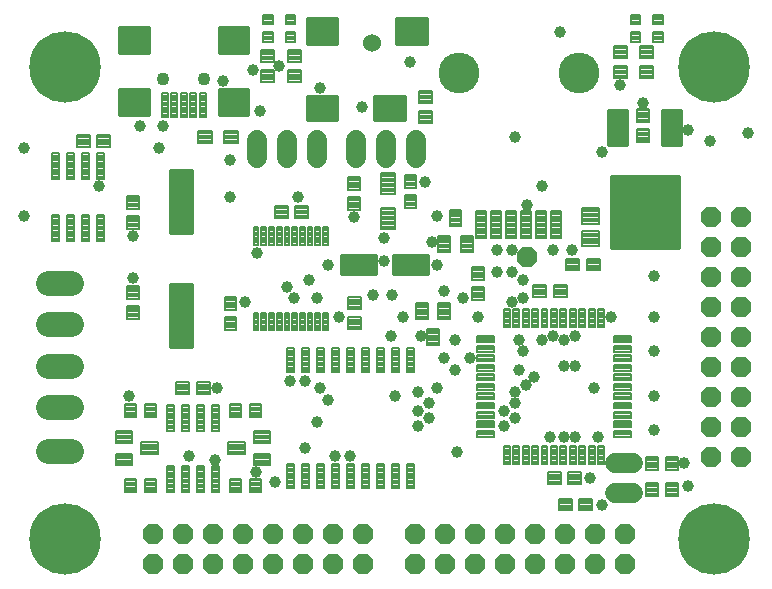
<source format=gts>
G75*
G70*
%OFA0B0*%
%FSLAX24Y24*%
%IPPOS*%
%LPD*%
%AMOC8*
5,1,8,0,0,1.08239X$1,22.5*
%
%ADD10C,0.0082*%
%ADD11OC8,0.0680*%
%ADD12C,0.1360*%
%ADD13C,0.0080*%
%ADD14C,0.0081*%
%ADD15C,0.0080*%
%ADD16C,0.0081*%
%ADD17C,0.0084*%
%ADD18C,0.0083*%
%ADD19C,0.0680*%
%ADD20C,0.0082*%
%ADD21C,0.0083*%
%ADD22C,0.0095*%
%ADD23C,0.0085*%
%ADD24C,0.2380*%
%ADD25C,0.0600*%
%ADD26C,0.0085*%
%ADD27C,0.0087*%
%ADD28C,0.0434*%
%ADD29C,0.0848*%
%ADD30C,0.0390*%
D10*
X009502Y004600D02*
X009760Y004600D01*
X009760Y003802D01*
X009502Y003802D01*
X009502Y004600D01*
X009502Y003883D02*
X009760Y003883D01*
X009760Y003964D02*
X009502Y003964D01*
X009502Y004045D02*
X009760Y004045D01*
X009760Y004126D02*
X009502Y004126D01*
X009502Y004207D02*
X009760Y004207D01*
X009760Y004288D02*
X009502Y004288D01*
X009502Y004369D02*
X009760Y004369D01*
X009760Y004450D02*
X009502Y004450D01*
X009502Y004531D02*
X009760Y004531D01*
X010002Y004600D02*
X010260Y004600D01*
X010260Y003802D01*
X010002Y003802D01*
X010002Y004600D01*
X010002Y003883D02*
X010260Y003883D01*
X010260Y003964D02*
X010002Y003964D01*
X010002Y004045D02*
X010260Y004045D01*
X010260Y004126D02*
X010002Y004126D01*
X010002Y004207D02*
X010260Y004207D01*
X010260Y004288D02*
X010002Y004288D01*
X010002Y004369D02*
X010260Y004369D01*
X010260Y004450D02*
X010002Y004450D01*
X010002Y004531D02*
X010260Y004531D01*
X010502Y004600D02*
X010760Y004600D01*
X010760Y003802D01*
X010502Y003802D01*
X010502Y004600D01*
X010502Y003883D02*
X010760Y003883D01*
X010760Y003964D02*
X010502Y003964D01*
X010502Y004045D02*
X010760Y004045D01*
X010760Y004126D02*
X010502Y004126D01*
X010502Y004207D02*
X010760Y004207D01*
X010760Y004288D02*
X010502Y004288D01*
X010502Y004369D02*
X010760Y004369D01*
X010760Y004450D02*
X010502Y004450D01*
X010502Y004531D02*
X010760Y004531D01*
X011002Y004600D02*
X011260Y004600D01*
X011260Y003802D01*
X011002Y003802D01*
X011002Y004600D01*
X011002Y003883D02*
X011260Y003883D01*
X011260Y003964D02*
X011002Y003964D01*
X011002Y004045D02*
X011260Y004045D01*
X011260Y004126D02*
X011002Y004126D01*
X011002Y004207D02*
X011260Y004207D01*
X011260Y004288D02*
X011002Y004288D01*
X011002Y004369D02*
X011260Y004369D01*
X011260Y004450D02*
X011002Y004450D01*
X011002Y004531D02*
X011260Y004531D01*
X011502Y004600D02*
X011760Y004600D01*
X011760Y003802D01*
X011502Y003802D01*
X011502Y004600D01*
X011502Y003883D02*
X011760Y003883D01*
X011760Y003964D02*
X011502Y003964D01*
X011502Y004045D02*
X011760Y004045D01*
X011760Y004126D02*
X011502Y004126D01*
X011502Y004207D02*
X011760Y004207D01*
X011760Y004288D02*
X011502Y004288D01*
X011502Y004369D02*
X011760Y004369D01*
X011760Y004450D02*
X011502Y004450D01*
X011502Y004531D02*
X011760Y004531D01*
X012002Y004600D02*
X012260Y004600D01*
X012260Y003802D01*
X012002Y003802D01*
X012002Y004600D01*
X012002Y003883D02*
X012260Y003883D01*
X012260Y003964D02*
X012002Y003964D01*
X012002Y004045D02*
X012260Y004045D01*
X012260Y004126D02*
X012002Y004126D01*
X012002Y004207D02*
X012260Y004207D01*
X012260Y004288D02*
X012002Y004288D01*
X012002Y004369D02*
X012260Y004369D01*
X012260Y004450D02*
X012002Y004450D01*
X012002Y004531D02*
X012260Y004531D01*
X012502Y004600D02*
X012760Y004600D01*
X012760Y003802D01*
X012502Y003802D01*
X012502Y004600D01*
X012502Y003883D02*
X012760Y003883D01*
X012760Y003964D02*
X012502Y003964D01*
X012502Y004045D02*
X012760Y004045D01*
X012760Y004126D02*
X012502Y004126D01*
X012502Y004207D02*
X012760Y004207D01*
X012760Y004288D02*
X012502Y004288D01*
X012502Y004369D02*
X012760Y004369D01*
X012760Y004450D02*
X012502Y004450D01*
X012502Y004531D02*
X012760Y004531D01*
X013002Y004600D02*
X013260Y004600D01*
X013260Y003802D01*
X013002Y003802D01*
X013002Y004600D01*
X013002Y003883D02*
X013260Y003883D01*
X013260Y003964D02*
X013002Y003964D01*
X013002Y004045D02*
X013260Y004045D01*
X013260Y004126D02*
X013002Y004126D01*
X013002Y004207D02*
X013260Y004207D01*
X013260Y004288D02*
X013002Y004288D01*
X013002Y004369D02*
X013260Y004369D01*
X013260Y004450D02*
X013002Y004450D01*
X013002Y004531D02*
X013260Y004531D01*
X013502Y004600D02*
X013760Y004600D01*
X013760Y003802D01*
X013502Y003802D01*
X013502Y004600D01*
X013502Y003883D02*
X013760Y003883D01*
X013760Y003964D02*
X013502Y003964D01*
X013502Y004045D02*
X013760Y004045D01*
X013760Y004126D02*
X013502Y004126D01*
X013502Y004207D02*
X013760Y004207D01*
X013760Y004288D02*
X013502Y004288D01*
X013502Y004369D02*
X013760Y004369D01*
X013760Y004450D02*
X013502Y004450D01*
X013502Y004531D02*
X013760Y004531D01*
X013760Y008460D02*
X013502Y008460D01*
X013760Y008460D02*
X013760Y007662D01*
X013502Y007662D01*
X013502Y008460D01*
X013502Y007743D02*
X013760Y007743D01*
X013760Y007824D02*
X013502Y007824D01*
X013502Y007905D02*
X013760Y007905D01*
X013760Y007986D02*
X013502Y007986D01*
X013502Y008067D02*
X013760Y008067D01*
X013760Y008148D02*
X013502Y008148D01*
X013502Y008229D02*
X013760Y008229D01*
X013760Y008310D02*
X013502Y008310D01*
X013502Y008391D02*
X013760Y008391D01*
X013260Y008460D02*
X013002Y008460D01*
X013260Y008460D02*
X013260Y007662D01*
X013002Y007662D01*
X013002Y008460D01*
X013002Y007743D02*
X013260Y007743D01*
X013260Y007824D02*
X013002Y007824D01*
X013002Y007905D02*
X013260Y007905D01*
X013260Y007986D02*
X013002Y007986D01*
X013002Y008067D02*
X013260Y008067D01*
X013260Y008148D02*
X013002Y008148D01*
X013002Y008229D02*
X013260Y008229D01*
X013260Y008310D02*
X013002Y008310D01*
X013002Y008391D02*
X013260Y008391D01*
X012760Y008460D02*
X012502Y008460D01*
X012760Y008460D02*
X012760Y007662D01*
X012502Y007662D01*
X012502Y008460D01*
X012502Y007743D02*
X012760Y007743D01*
X012760Y007824D02*
X012502Y007824D01*
X012502Y007905D02*
X012760Y007905D01*
X012760Y007986D02*
X012502Y007986D01*
X012502Y008067D02*
X012760Y008067D01*
X012760Y008148D02*
X012502Y008148D01*
X012502Y008229D02*
X012760Y008229D01*
X012760Y008310D02*
X012502Y008310D01*
X012502Y008391D02*
X012760Y008391D01*
X012260Y008460D02*
X012002Y008460D01*
X012260Y008460D02*
X012260Y007662D01*
X012002Y007662D01*
X012002Y008460D01*
X012002Y007743D02*
X012260Y007743D01*
X012260Y007824D02*
X012002Y007824D01*
X012002Y007905D02*
X012260Y007905D01*
X012260Y007986D02*
X012002Y007986D01*
X012002Y008067D02*
X012260Y008067D01*
X012260Y008148D02*
X012002Y008148D01*
X012002Y008229D02*
X012260Y008229D01*
X012260Y008310D02*
X012002Y008310D01*
X012002Y008391D02*
X012260Y008391D01*
X011760Y008460D02*
X011502Y008460D01*
X011760Y008460D02*
X011760Y007662D01*
X011502Y007662D01*
X011502Y008460D01*
X011502Y007743D02*
X011760Y007743D01*
X011760Y007824D02*
X011502Y007824D01*
X011502Y007905D02*
X011760Y007905D01*
X011760Y007986D02*
X011502Y007986D01*
X011502Y008067D02*
X011760Y008067D01*
X011760Y008148D02*
X011502Y008148D01*
X011502Y008229D02*
X011760Y008229D01*
X011760Y008310D02*
X011502Y008310D01*
X011502Y008391D02*
X011760Y008391D01*
X011260Y008460D02*
X011002Y008460D01*
X011260Y008460D02*
X011260Y007662D01*
X011002Y007662D01*
X011002Y008460D01*
X011002Y007743D02*
X011260Y007743D01*
X011260Y007824D02*
X011002Y007824D01*
X011002Y007905D02*
X011260Y007905D01*
X011260Y007986D02*
X011002Y007986D01*
X011002Y008067D02*
X011260Y008067D01*
X011260Y008148D02*
X011002Y008148D01*
X011002Y008229D02*
X011260Y008229D01*
X011260Y008310D02*
X011002Y008310D01*
X011002Y008391D02*
X011260Y008391D01*
X010760Y008460D02*
X010502Y008460D01*
X010760Y008460D02*
X010760Y007662D01*
X010502Y007662D01*
X010502Y008460D01*
X010502Y007743D02*
X010760Y007743D01*
X010760Y007824D02*
X010502Y007824D01*
X010502Y007905D02*
X010760Y007905D01*
X010760Y007986D02*
X010502Y007986D01*
X010502Y008067D02*
X010760Y008067D01*
X010760Y008148D02*
X010502Y008148D01*
X010502Y008229D02*
X010760Y008229D01*
X010760Y008310D02*
X010502Y008310D01*
X010502Y008391D02*
X010760Y008391D01*
X010260Y008460D02*
X010002Y008460D01*
X010260Y008460D02*
X010260Y007662D01*
X010002Y007662D01*
X010002Y008460D01*
X010002Y007743D02*
X010260Y007743D01*
X010260Y007824D02*
X010002Y007824D01*
X010002Y007905D02*
X010260Y007905D01*
X010260Y007986D02*
X010002Y007986D01*
X010002Y008067D02*
X010260Y008067D01*
X010260Y008148D02*
X010002Y008148D01*
X010002Y008229D02*
X010260Y008229D01*
X010260Y008310D02*
X010002Y008310D01*
X010002Y008391D02*
X010260Y008391D01*
X009760Y008460D02*
X009502Y008460D01*
X009760Y008460D02*
X009760Y007662D01*
X009502Y007662D01*
X009502Y008460D01*
X009502Y007743D02*
X009760Y007743D01*
X009760Y007824D02*
X009502Y007824D01*
X009502Y007905D02*
X009760Y007905D01*
X009760Y007986D02*
X009502Y007986D01*
X009502Y008067D02*
X009760Y008067D01*
X009760Y008148D02*
X009502Y008148D01*
X009502Y008229D02*
X009760Y008229D01*
X009760Y008310D02*
X009502Y008310D01*
X009502Y008391D02*
X009760Y008391D01*
D11*
X010060Y002281D03*
X009060Y002281D03*
X008060Y002281D03*
X007060Y002281D03*
X006060Y002281D03*
X005060Y002281D03*
X005060Y001281D03*
X006060Y001281D03*
X007060Y001281D03*
X008060Y001281D03*
X009060Y001281D03*
X010060Y001281D03*
X011060Y001281D03*
X011060Y002281D03*
X012060Y002281D03*
X012060Y001281D03*
X013777Y001281D03*
X013777Y002281D03*
X014777Y002281D03*
X015777Y002281D03*
X016777Y002281D03*
X017777Y002281D03*
X018777Y002281D03*
X019777Y002281D03*
X020777Y002281D03*
X020777Y001281D03*
X019777Y001281D03*
X018777Y001281D03*
X017777Y001281D03*
X016777Y001281D03*
X015777Y001281D03*
X014777Y001281D03*
X023663Y004848D03*
X024663Y004848D03*
X024663Y005848D03*
X024663Y006848D03*
X023663Y006848D03*
X023663Y005848D03*
X023663Y007848D03*
X024663Y007848D03*
X024663Y008848D03*
X023663Y008848D03*
X023663Y009848D03*
X024663Y009848D03*
X024663Y010848D03*
X024663Y011848D03*
X023663Y011848D03*
X023663Y010848D03*
X023663Y012848D03*
X024663Y012848D03*
X017506Y011506D03*
D12*
X019237Y017631D03*
X015237Y017631D03*
D13*
X015827Y013040D02*
X016147Y013040D01*
X016147Y012140D01*
X015827Y012140D01*
X015827Y013040D01*
X015827Y012219D02*
X016147Y012219D01*
X016147Y012298D02*
X015827Y012298D01*
X015827Y012377D02*
X016147Y012377D01*
X016147Y012456D02*
X015827Y012456D01*
X015827Y012535D02*
X016147Y012535D01*
X016147Y012614D02*
X015827Y012614D01*
X015827Y012693D02*
X016147Y012693D01*
X016147Y012772D02*
X015827Y012772D01*
X015827Y012851D02*
X016147Y012851D01*
X016147Y012930D02*
X015827Y012930D01*
X015827Y013009D02*
X016147Y013009D01*
X016327Y013040D02*
X016647Y013040D01*
X016647Y012140D01*
X016327Y012140D01*
X016327Y013040D01*
X016327Y012219D02*
X016647Y012219D01*
X016647Y012298D02*
X016327Y012298D01*
X016327Y012377D02*
X016647Y012377D01*
X016647Y012456D02*
X016327Y012456D01*
X016327Y012535D02*
X016647Y012535D01*
X016647Y012614D02*
X016327Y012614D01*
X016327Y012693D02*
X016647Y012693D01*
X016647Y012772D02*
X016327Y012772D01*
X016327Y012851D02*
X016647Y012851D01*
X016647Y012930D02*
X016327Y012930D01*
X016327Y013009D02*
X016647Y013009D01*
X016827Y013040D02*
X017147Y013040D01*
X017147Y012140D01*
X016827Y012140D01*
X016827Y013040D01*
X016827Y012219D02*
X017147Y012219D01*
X017147Y012298D02*
X016827Y012298D01*
X016827Y012377D02*
X017147Y012377D01*
X017147Y012456D02*
X016827Y012456D01*
X016827Y012535D02*
X017147Y012535D01*
X017147Y012614D02*
X016827Y012614D01*
X016827Y012693D02*
X017147Y012693D01*
X017147Y012772D02*
X016827Y012772D01*
X016827Y012851D02*
X017147Y012851D01*
X017147Y012930D02*
X016827Y012930D01*
X016827Y013009D02*
X017147Y013009D01*
X017327Y013040D02*
X017647Y013040D01*
X017647Y012140D01*
X017327Y012140D01*
X017327Y013040D01*
X017327Y012219D02*
X017647Y012219D01*
X017647Y012298D02*
X017327Y012298D01*
X017327Y012377D02*
X017647Y012377D01*
X017647Y012456D02*
X017327Y012456D01*
X017327Y012535D02*
X017647Y012535D01*
X017647Y012614D02*
X017327Y012614D01*
X017327Y012693D02*
X017647Y012693D01*
X017647Y012772D02*
X017327Y012772D01*
X017327Y012851D02*
X017647Y012851D01*
X017647Y012930D02*
X017327Y012930D01*
X017327Y013009D02*
X017647Y013009D01*
X017827Y013040D02*
X018147Y013040D01*
X018147Y012140D01*
X017827Y012140D01*
X017827Y013040D01*
X017827Y012219D02*
X018147Y012219D01*
X018147Y012298D02*
X017827Y012298D01*
X017827Y012377D02*
X018147Y012377D01*
X018147Y012456D02*
X017827Y012456D01*
X017827Y012535D02*
X018147Y012535D01*
X018147Y012614D02*
X017827Y012614D01*
X017827Y012693D02*
X018147Y012693D01*
X018147Y012772D02*
X017827Y012772D01*
X017827Y012851D02*
X018147Y012851D01*
X018147Y012930D02*
X017827Y012930D01*
X017827Y013009D02*
X018147Y013009D01*
X018327Y013040D02*
X018647Y013040D01*
X018647Y012140D01*
X018327Y012140D01*
X018327Y013040D01*
X018327Y012219D02*
X018647Y012219D01*
X018647Y012298D02*
X018327Y012298D01*
X018327Y012377D02*
X018647Y012377D01*
X018647Y012456D02*
X018327Y012456D01*
X018327Y012535D02*
X018647Y012535D01*
X018647Y012614D02*
X018327Y012614D01*
X018327Y012693D02*
X018647Y012693D01*
X018647Y012772D02*
X018327Y012772D01*
X018327Y012851D02*
X018647Y012851D01*
X018647Y012930D02*
X018327Y012930D01*
X018327Y013009D02*
X018647Y013009D01*
X003419Y012041D02*
X003179Y012041D01*
X003179Y012911D01*
X003419Y012911D01*
X003419Y012041D01*
X003419Y012120D02*
X003179Y012120D01*
X003179Y012199D02*
X003419Y012199D01*
X003419Y012278D02*
X003179Y012278D01*
X003179Y012357D02*
X003419Y012357D01*
X003419Y012436D02*
X003179Y012436D01*
X003179Y012515D02*
X003419Y012515D01*
X003419Y012594D02*
X003179Y012594D01*
X003179Y012673D02*
X003419Y012673D01*
X003419Y012752D02*
X003179Y012752D01*
X003179Y012831D02*
X003419Y012831D01*
X003419Y012910D02*
X003179Y012910D01*
X002919Y012041D02*
X002679Y012041D01*
X002679Y012911D01*
X002919Y012911D01*
X002919Y012041D01*
X002919Y012120D02*
X002679Y012120D01*
X002679Y012199D02*
X002919Y012199D01*
X002919Y012278D02*
X002679Y012278D01*
X002679Y012357D02*
X002919Y012357D01*
X002919Y012436D02*
X002679Y012436D01*
X002679Y012515D02*
X002919Y012515D01*
X002919Y012594D02*
X002679Y012594D01*
X002679Y012673D02*
X002919Y012673D01*
X002919Y012752D02*
X002679Y012752D01*
X002679Y012831D02*
X002919Y012831D01*
X002919Y012910D02*
X002679Y012910D01*
X002419Y012041D02*
X002179Y012041D01*
X002179Y012911D01*
X002419Y012911D01*
X002419Y012041D01*
X002419Y012120D02*
X002179Y012120D01*
X002179Y012199D02*
X002419Y012199D01*
X002419Y012278D02*
X002179Y012278D01*
X002179Y012357D02*
X002419Y012357D01*
X002419Y012436D02*
X002179Y012436D01*
X002179Y012515D02*
X002419Y012515D01*
X002419Y012594D02*
X002179Y012594D01*
X002179Y012673D02*
X002419Y012673D01*
X002419Y012752D02*
X002179Y012752D01*
X002179Y012831D02*
X002419Y012831D01*
X002419Y012910D02*
X002179Y012910D01*
X001919Y012041D02*
X001679Y012041D01*
X001679Y012911D01*
X001919Y012911D01*
X001919Y012041D01*
X001919Y012120D02*
X001679Y012120D01*
X001679Y012199D02*
X001919Y012199D01*
X001919Y012278D02*
X001679Y012278D01*
X001679Y012357D02*
X001919Y012357D01*
X001919Y012436D02*
X001679Y012436D01*
X001679Y012515D02*
X001919Y012515D01*
X001919Y012594D02*
X001679Y012594D01*
X001679Y012673D02*
X001919Y012673D01*
X001919Y012752D02*
X001679Y012752D01*
X001679Y012831D02*
X001919Y012831D01*
X001919Y012910D02*
X001679Y012910D01*
X001679Y014101D02*
X001919Y014101D01*
X001679Y014101D02*
X001679Y014971D01*
X001919Y014971D01*
X001919Y014101D01*
X001919Y014180D02*
X001679Y014180D01*
X001679Y014259D02*
X001919Y014259D01*
X001919Y014338D02*
X001679Y014338D01*
X001679Y014417D02*
X001919Y014417D01*
X001919Y014496D02*
X001679Y014496D01*
X001679Y014575D02*
X001919Y014575D01*
X001919Y014654D02*
X001679Y014654D01*
X001679Y014733D02*
X001919Y014733D01*
X001919Y014812D02*
X001679Y014812D01*
X001679Y014891D02*
X001919Y014891D01*
X001919Y014970D02*
X001679Y014970D01*
X002179Y014101D02*
X002419Y014101D01*
X002179Y014101D02*
X002179Y014971D01*
X002419Y014971D01*
X002419Y014101D01*
X002419Y014180D02*
X002179Y014180D01*
X002179Y014259D02*
X002419Y014259D01*
X002419Y014338D02*
X002179Y014338D01*
X002179Y014417D02*
X002419Y014417D01*
X002419Y014496D02*
X002179Y014496D01*
X002179Y014575D02*
X002419Y014575D01*
X002419Y014654D02*
X002179Y014654D01*
X002179Y014733D02*
X002419Y014733D01*
X002419Y014812D02*
X002179Y014812D01*
X002179Y014891D02*
X002419Y014891D01*
X002419Y014970D02*
X002179Y014970D01*
X002679Y014101D02*
X002919Y014101D01*
X002679Y014101D02*
X002679Y014971D01*
X002919Y014971D01*
X002919Y014101D01*
X002919Y014180D02*
X002679Y014180D01*
X002679Y014259D02*
X002919Y014259D01*
X002919Y014338D02*
X002679Y014338D01*
X002679Y014417D02*
X002919Y014417D01*
X002919Y014496D02*
X002679Y014496D01*
X002679Y014575D02*
X002919Y014575D01*
X002919Y014654D02*
X002679Y014654D01*
X002679Y014733D02*
X002919Y014733D01*
X002919Y014812D02*
X002679Y014812D01*
X002679Y014891D02*
X002919Y014891D01*
X002919Y014970D02*
X002679Y014970D01*
X003179Y014101D02*
X003419Y014101D01*
X003179Y014101D02*
X003179Y014971D01*
X003419Y014971D01*
X003419Y014101D01*
X003419Y014180D02*
X003179Y014180D01*
X003179Y014259D02*
X003419Y014259D01*
X003419Y014338D02*
X003179Y014338D01*
X003179Y014417D02*
X003419Y014417D01*
X003419Y014496D02*
X003179Y014496D01*
X003179Y014575D02*
X003419Y014575D01*
X003419Y014654D02*
X003179Y014654D01*
X003179Y014733D02*
X003419Y014733D01*
X003419Y014812D02*
X003179Y014812D01*
X003179Y014891D02*
X003419Y014891D01*
X003419Y014970D02*
X003179Y014970D01*
D14*
X003187Y015578D02*
X003619Y015578D01*
X003619Y015184D01*
X003187Y015184D01*
X003187Y015578D01*
X003187Y015264D02*
X003619Y015264D01*
X003619Y015344D02*
X003187Y015344D01*
X003187Y015424D02*
X003619Y015424D01*
X003619Y015504D02*
X003187Y015504D01*
X002950Y015578D02*
X002518Y015578D01*
X002950Y015578D02*
X002950Y015184D01*
X002518Y015184D01*
X002518Y015578D01*
X002518Y015264D02*
X002950Y015264D01*
X002950Y015344D02*
X002518Y015344D01*
X002518Y015424D02*
X002950Y015424D01*
X002950Y015504D02*
X002518Y015504D01*
X004578Y013557D02*
X004578Y013125D01*
X004184Y013125D01*
X004184Y013557D01*
X004578Y013557D01*
X004578Y013205D02*
X004184Y013205D01*
X004184Y013285D02*
X004578Y013285D01*
X004578Y013365D02*
X004184Y013365D01*
X004184Y013445D02*
X004578Y013445D01*
X004578Y013525D02*
X004184Y013525D01*
X004578Y012887D02*
X004578Y012455D01*
X004184Y012455D01*
X004184Y012887D01*
X004578Y012887D01*
X004578Y012535D02*
X004184Y012535D01*
X004184Y012615D02*
X004578Y012615D01*
X004578Y012695D02*
X004184Y012695D01*
X004184Y012775D02*
X004578Y012775D01*
X004578Y012855D02*
X004184Y012855D01*
X004184Y010557D02*
X004184Y010125D01*
X004184Y010557D02*
X004578Y010557D01*
X004578Y010125D01*
X004184Y010125D01*
X004184Y010205D02*
X004578Y010205D01*
X004578Y010285D02*
X004184Y010285D01*
X004184Y010365D02*
X004578Y010365D01*
X004578Y010445D02*
X004184Y010445D01*
X004184Y010525D02*
X004578Y010525D01*
X004184Y009887D02*
X004184Y009455D01*
X004184Y009887D02*
X004578Y009887D01*
X004578Y009455D01*
X004184Y009455D01*
X004184Y009535D02*
X004578Y009535D01*
X004578Y009615D02*
X004184Y009615D01*
X004184Y009695D02*
X004578Y009695D01*
X004578Y009775D02*
X004184Y009775D01*
X004184Y009855D02*
X004578Y009855D01*
X007828Y009750D02*
X007828Y010182D01*
X007828Y009750D02*
X007434Y009750D01*
X007434Y010182D01*
X007828Y010182D01*
X007828Y009830D02*
X007434Y009830D01*
X007434Y009910D02*
X007828Y009910D01*
X007828Y009990D02*
X007434Y009990D01*
X007434Y010070D02*
X007828Y010070D01*
X007828Y010150D02*
X007434Y010150D01*
X007828Y009512D02*
X007828Y009080D01*
X007434Y009080D01*
X007434Y009512D01*
X007828Y009512D01*
X007828Y009160D02*
X007434Y009160D01*
X007434Y009240D02*
X007828Y009240D01*
X007828Y009320D02*
X007434Y009320D01*
X007434Y009400D02*
X007828Y009400D01*
X007828Y009480D02*
X007434Y009480D01*
X006932Y006934D02*
X006500Y006934D01*
X006500Y007328D01*
X006932Y007328D01*
X006932Y006934D01*
X006932Y007014D02*
X006500Y007014D01*
X006500Y007094D02*
X006932Y007094D01*
X006932Y007174D02*
X006500Y007174D01*
X006500Y007254D02*
X006932Y007254D01*
X006262Y006934D02*
X005830Y006934D01*
X005830Y007328D01*
X006262Y007328D01*
X006262Y006934D01*
X006262Y007014D02*
X005830Y007014D01*
X005830Y007094D02*
X006262Y007094D01*
X006262Y007174D02*
X005830Y007174D01*
X005830Y007254D02*
X006262Y007254D01*
X005163Y006165D02*
X004769Y006165D01*
X004769Y006597D01*
X005163Y006597D01*
X005163Y006165D01*
X005163Y006245D02*
X004769Y006245D01*
X004769Y006325D02*
X005163Y006325D01*
X005163Y006405D02*
X004769Y006405D01*
X004769Y006485D02*
X005163Y006485D01*
X005163Y006565D02*
X004769Y006565D01*
X004493Y006165D02*
X004099Y006165D01*
X004099Y006597D01*
X004493Y006597D01*
X004493Y006165D01*
X004493Y006245D02*
X004099Y006245D01*
X004099Y006325D02*
X004493Y006325D01*
X004493Y006405D02*
X004099Y006405D01*
X004099Y006485D02*
X004493Y006485D01*
X004493Y006565D02*
X004099Y006565D01*
X003798Y005702D02*
X003798Y005308D01*
X003798Y005702D02*
X004348Y005702D01*
X004348Y005308D01*
X003798Y005308D01*
X003798Y005388D02*
X004348Y005388D01*
X004348Y005468D02*
X003798Y005468D01*
X003798Y005548D02*
X004348Y005548D01*
X004348Y005628D02*
X003798Y005628D01*
X003798Y004954D02*
X003798Y004560D01*
X003798Y004954D02*
X004348Y004954D01*
X004348Y004560D01*
X003798Y004560D01*
X003798Y004640D02*
X004348Y004640D01*
X004348Y004720D02*
X003798Y004720D01*
X003798Y004800D02*
X004348Y004800D01*
X004348Y004880D02*
X003798Y004880D01*
X004099Y004097D02*
X004493Y004097D01*
X004493Y003665D01*
X004099Y003665D01*
X004099Y004097D01*
X004099Y003745D02*
X004493Y003745D01*
X004493Y003825D02*
X004099Y003825D01*
X004099Y003905D02*
X004493Y003905D01*
X004493Y003985D02*
X004099Y003985D01*
X004099Y004065D02*
X004493Y004065D01*
X004769Y004097D02*
X005163Y004097D01*
X005163Y003665D01*
X004769Y003665D01*
X004769Y004097D01*
X004769Y003745D02*
X005163Y003745D01*
X005163Y003825D02*
X004769Y003825D01*
X004769Y003905D02*
X005163Y003905D01*
X005163Y003985D02*
X004769Y003985D01*
X004769Y004065D02*
X005163Y004065D01*
X004664Y004934D02*
X004664Y005328D01*
X005214Y005328D01*
X005214Y004934D01*
X004664Y004934D01*
X004664Y005014D02*
X005214Y005014D01*
X005214Y005094D02*
X004664Y005094D01*
X004664Y005174D02*
X005214Y005174D01*
X005214Y005254D02*
X004664Y005254D01*
X008098Y005328D02*
X008098Y004934D01*
X007548Y004934D01*
X007548Y005328D01*
X008098Y005328D01*
X008098Y005014D02*
X007548Y005014D01*
X007548Y005094D02*
X008098Y005094D01*
X008098Y005174D02*
X007548Y005174D01*
X007548Y005254D02*
X008098Y005254D01*
X008964Y005308D02*
X008964Y005702D01*
X008964Y005308D02*
X008414Y005308D01*
X008414Y005702D01*
X008964Y005702D01*
X008964Y005388D02*
X008414Y005388D01*
X008414Y005468D02*
X008964Y005468D01*
X008964Y005548D02*
X008414Y005548D01*
X008414Y005628D02*
X008964Y005628D01*
X008663Y006165D02*
X008269Y006165D01*
X008269Y006597D01*
X008663Y006597D01*
X008663Y006165D01*
X008663Y006245D02*
X008269Y006245D01*
X008269Y006325D02*
X008663Y006325D01*
X008663Y006405D02*
X008269Y006405D01*
X008269Y006485D02*
X008663Y006485D01*
X008663Y006565D02*
X008269Y006565D01*
X007993Y006165D02*
X007599Y006165D01*
X007599Y006597D01*
X007993Y006597D01*
X007993Y006165D01*
X007993Y006245D02*
X007599Y006245D01*
X007599Y006325D02*
X007993Y006325D01*
X007993Y006405D02*
X007599Y006405D01*
X007599Y006485D02*
X007993Y006485D01*
X007993Y006565D02*
X007599Y006565D01*
X008964Y004954D02*
X008964Y004560D01*
X008414Y004560D01*
X008414Y004954D01*
X008964Y004954D01*
X008964Y004640D02*
X008414Y004640D01*
X008414Y004720D02*
X008964Y004720D01*
X008964Y004800D02*
X008414Y004800D01*
X008414Y004880D02*
X008964Y004880D01*
X008663Y004097D02*
X008269Y004097D01*
X008663Y004097D02*
X008663Y003665D01*
X008269Y003665D01*
X008269Y004097D01*
X008269Y003745D02*
X008663Y003745D01*
X008663Y003825D02*
X008269Y003825D01*
X008269Y003905D02*
X008663Y003905D01*
X008663Y003985D02*
X008269Y003985D01*
X008269Y004065D02*
X008663Y004065D01*
X007993Y004097D02*
X007599Y004097D01*
X007993Y004097D02*
X007993Y003665D01*
X007599Y003665D01*
X007599Y004097D01*
X007599Y003745D02*
X007993Y003745D01*
X007993Y003825D02*
X007599Y003825D01*
X007599Y003905D02*
X007993Y003905D01*
X007993Y003985D02*
X007599Y003985D01*
X007599Y004065D02*
X007993Y004065D01*
X011972Y009099D02*
X011972Y009493D01*
X011972Y009099D02*
X011540Y009099D01*
X011540Y009493D01*
X011972Y009493D01*
X011972Y009179D02*
X011540Y009179D01*
X011540Y009259D02*
X011972Y009259D01*
X011972Y009339D02*
X011540Y009339D01*
X011540Y009419D02*
X011972Y009419D01*
X011972Y009769D02*
X011972Y010163D01*
X011972Y009769D02*
X011540Y009769D01*
X011540Y010163D01*
X011972Y010163D01*
X011972Y009849D02*
X011540Y009849D01*
X011540Y009929D02*
X011972Y009929D01*
X011972Y010009D02*
X011540Y010009D01*
X011540Y010089D02*
X011972Y010089D01*
X013813Y009983D02*
X014207Y009983D01*
X014207Y009433D01*
X013813Y009433D01*
X013813Y009983D01*
X013813Y009513D02*
X014207Y009513D01*
X014207Y009593D02*
X013813Y009593D01*
X013813Y009673D02*
X014207Y009673D01*
X014207Y009753D02*
X013813Y009753D01*
X013813Y009833D02*
X014207Y009833D01*
X014207Y009913D02*
X013813Y009913D01*
X014561Y009983D02*
X014955Y009983D01*
X014955Y009433D01*
X014561Y009433D01*
X014561Y009983D01*
X014561Y009513D02*
X014955Y009513D01*
X014955Y009593D02*
X014561Y009593D01*
X014561Y009673D02*
X014955Y009673D01*
X014955Y009753D02*
X014561Y009753D01*
X014561Y009833D02*
X014955Y009833D01*
X014955Y009913D02*
X014561Y009913D01*
X014581Y009117D02*
X014187Y009117D01*
X014581Y009117D02*
X014581Y008567D01*
X014187Y008567D01*
X014187Y009117D01*
X014187Y008647D02*
X014581Y008647D01*
X014581Y008727D02*
X014187Y008727D01*
X014187Y008807D02*
X014581Y008807D01*
X014581Y008887D02*
X014187Y008887D01*
X014187Y008967D02*
X014581Y008967D01*
X014581Y009047D02*
X014187Y009047D01*
X015684Y010080D02*
X015684Y010512D01*
X016078Y010512D01*
X016078Y010080D01*
X015684Y010080D01*
X015684Y010160D02*
X016078Y010160D01*
X016078Y010240D02*
X015684Y010240D01*
X015684Y010320D02*
X016078Y010320D01*
X016078Y010400D02*
X015684Y010400D01*
X015684Y010480D02*
X016078Y010480D01*
X015684Y010750D02*
X015684Y011182D01*
X016078Y011182D01*
X016078Y010750D01*
X015684Y010750D01*
X015684Y010830D02*
X016078Y010830D01*
X016078Y010910D02*
X015684Y010910D01*
X015684Y010990D02*
X016078Y010990D01*
X016078Y011070D02*
X015684Y011070D01*
X015684Y011150D02*
X016078Y011150D01*
X015702Y011673D02*
X015308Y011673D01*
X015308Y012223D01*
X015702Y012223D01*
X015702Y011673D01*
X015702Y011753D02*
X015308Y011753D01*
X015308Y011833D02*
X015702Y011833D01*
X015702Y011913D02*
X015308Y011913D01*
X015308Y011993D02*
X015702Y011993D01*
X015702Y012073D02*
X015308Y012073D01*
X015308Y012153D02*
X015702Y012153D01*
X015328Y012539D02*
X014934Y012539D01*
X014934Y013089D01*
X015328Y013089D01*
X015328Y012539D01*
X015328Y012619D02*
X014934Y012619D01*
X014934Y012699D02*
X015328Y012699D01*
X015328Y012779D02*
X014934Y012779D01*
X014934Y012859D02*
X015328Y012859D01*
X015328Y012939D02*
X014934Y012939D01*
X014934Y013019D02*
X015328Y013019D01*
X014954Y011673D02*
X014560Y011673D01*
X014560Y012223D01*
X014954Y012223D01*
X014954Y011673D01*
X014954Y011753D02*
X014560Y011753D01*
X014560Y011833D02*
X014954Y011833D01*
X014954Y011913D02*
X014560Y011913D01*
X014560Y011993D02*
X014954Y011993D01*
X014954Y012073D02*
X014560Y012073D01*
X014560Y012153D02*
X014954Y012153D01*
X013828Y013155D02*
X013828Y013587D01*
X013828Y013155D02*
X013434Y013155D01*
X013434Y013587D01*
X013828Y013587D01*
X013828Y013235D02*
X013434Y013235D01*
X013434Y013315D02*
X013828Y013315D01*
X013828Y013395D02*
X013434Y013395D01*
X013434Y013475D02*
X013828Y013475D01*
X013828Y013555D02*
X013434Y013555D01*
X013828Y013825D02*
X013828Y014257D01*
X013828Y013825D02*
X013434Y013825D01*
X013434Y014257D01*
X013828Y014257D01*
X013828Y013905D02*
X013434Y013905D01*
X013434Y013985D02*
X013828Y013985D01*
X013828Y014065D02*
X013434Y014065D01*
X013434Y014145D02*
X013828Y014145D01*
X013828Y014225D02*
X013434Y014225D01*
X011559Y014182D02*
X011559Y013750D01*
X011559Y014182D02*
X011953Y014182D01*
X011953Y013750D01*
X011559Y013750D01*
X011559Y013830D02*
X011953Y013830D01*
X011953Y013910D02*
X011559Y013910D01*
X011559Y013990D02*
X011953Y013990D01*
X011953Y014070D02*
X011559Y014070D01*
X011559Y014150D02*
X011953Y014150D01*
X011559Y013512D02*
X011559Y013080D01*
X011559Y013512D02*
X011953Y013512D01*
X011953Y013080D01*
X011559Y013080D01*
X011559Y013160D02*
X011953Y013160D01*
X011953Y013240D02*
X011559Y013240D01*
X011559Y013320D02*
X011953Y013320D01*
X011953Y013400D02*
X011559Y013400D01*
X011559Y013480D02*
X011953Y013480D01*
X010207Y012809D02*
X009775Y012809D01*
X009775Y013203D01*
X010207Y013203D01*
X010207Y012809D01*
X010207Y012889D02*
X009775Y012889D01*
X009775Y012969D02*
X010207Y012969D01*
X010207Y013049D02*
X009775Y013049D01*
X009775Y013129D02*
X010207Y013129D01*
X009537Y012809D02*
X009105Y012809D01*
X009105Y013203D01*
X009537Y013203D01*
X009537Y012809D01*
X009537Y012889D02*
X009105Y012889D01*
X009105Y012969D02*
X009537Y012969D01*
X009537Y013049D02*
X009105Y013049D01*
X009105Y013129D02*
X009537Y013129D01*
X007875Y015703D02*
X007403Y015703D01*
X007875Y015703D02*
X007875Y015309D01*
X007403Y015309D01*
X007403Y015703D01*
X007403Y015389D02*
X007875Y015389D01*
X007875Y015469D02*
X007403Y015469D01*
X007403Y015549D02*
X007875Y015549D01*
X007875Y015629D02*
X007403Y015629D01*
X007009Y015703D02*
X006537Y015703D01*
X007009Y015703D02*
X007009Y015309D01*
X006537Y015309D01*
X006537Y015703D01*
X006537Y015389D02*
X007009Y015389D01*
X007009Y015469D02*
X006537Y015469D01*
X006537Y015549D02*
X007009Y015549D01*
X007009Y015629D02*
X006537Y015629D01*
X008653Y017349D02*
X008653Y017743D01*
X009085Y017743D01*
X009085Y017349D01*
X008653Y017349D01*
X008653Y017429D02*
X009085Y017429D01*
X009085Y017509D02*
X008653Y017509D01*
X008653Y017589D02*
X009085Y017589D01*
X009085Y017669D02*
X008653Y017669D01*
X008653Y018019D02*
X008653Y018413D01*
X009085Y018413D01*
X009085Y018019D01*
X008653Y018019D01*
X008653Y018099D02*
X009085Y018099D01*
X009085Y018179D02*
X008653Y018179D01*
X008653Y018259D02*
X009085Y018259D01*
X009085Y018339D02*
X008653Y018339D01*
X009540Y018413D02*
X009540Y018019D01*
X009540Y018413D02*
X009972Y018413D01*
X009972Y018019D01*
X009540Y018019D01*
X009540Y018099D02*
X009972Y018099D01*
X009972Y018179D02*
X009540Y018179D01*
X009540Y018259D02*
X009972Y018259D01*
X009972Y018339D02*
X009540Y018339D01*
X009540Y017743D02*
X009540Y017349D01*
X009540Y017743D02*
X009972Y017743D01*
X009972Y017349D01*
X009540Y017349D01*
X009540Y017429D02*
X009972Y017429D01*
X009972Y017509D02*
X009540Y017509D01*
X009540Y017589D02*
X009972Y017589D01*
X009972Y017669D02*
X009540Y017669D01*
X014347Y017038D02*
X014347Y016644D01*
X013915Y016644D01*
X013915Y017038D01*
X014347Y017038D01*
X014347Y016724D02*
X013915Y016724D01*
X013915Y016804D02*
X014347Y016804D01*
X014347Y016884D02*
X013915Y016884D01*
X013915Y016964D02*
X014347Y016964D01*
X014347Y016368D02*
X014347Y015974D01*
X013915Y015974D01*
X013915Y016368D01*
X014347Y016368D01*
X014347Y016054D02*
X013915Y016054D01*
X013915Y016134D02*
X014347Y016134D01*
X014347Y016214D02*
X013915Y016214D01*
X013915Y016294D02*
X014347Y016294D01*
X020415Y017474D02*
X020415Y017868D01*
X020847Y017868D01*
X020847Y017474D01*
X020415Y017474D01*
X020415Y017554D02*
X020847Y017554D01*
X020847Y017634D02*
X020415Y017634D01*
X020415Y017714D02*
X020847Y017714D01*
X020847Y017794D02*
X020415Y017794D01*
X020415Y018144D02*
X020415Y018538D01*
X020847Y018538D01*
X020847Y018144D01*
X020415Y018144D01*
X020415Y018224D02*
X020847Y018224D01*
X020847Y018304D02*
X020415Y018304D01*
X020415Y018384D02*
X020847Y018384D01*
X020847Y018464D02*
X020415Y018464D01*
X021290Y018538D02*
X021290Y018144D01*
X021290Y018538D02*
X021722Y018538D01*
X021722Y018144D01*
X021290Y018144D01*
X021290Y018224D02*
X021722Y018224D01*
X021722Y018304D02*
X021290Y018304D01*
X021290Y018384D02*
X021722Y018384D01*
X021722Y018464D02*
X021290Y018464D01*
X021290Y017868D02*
X021290Y017474D01*
X021290Y017868D02*
X021722Y017868D01*
X021722Y017474D01*
X021290Y017474D01*
X021290Y017554D02*
X021722Y017554D01*
X021722Y017634D02*
X021290Y017634D01*
X021290Y017714D02*
X021722Y017714D01*
X021722Y017794D02*
X021290Y017794D01*
X021578Y016432D02*
X021578Y016000D01*
X021184Y016000D01*
X021184Y016432D01*
X021578Y016432D01*
X021578Y016080D02*
X021184Y016080D01*
X021184Y016160D02*
X021578Y016160D01*
X021578Y016240D02*
X021184Y016240D01*
X021184Y016320D02*
X021578Y016320D01*
X021578Y016400D02*
X021184Y016400D01*
X021578Y015762D02*
X021578Y015330D01*
X021184Y015330D01*
X021184Y015762D01*
X021578Y015762D01*
X021578Y015410D02*
X021184Y015410D01*
X021184Y015490D02*
X021578Y015490D01*
X021578Y015570D02*
X021184Y015570D01*
X021184Y015650D02*
X021578Y015650D01*
X021578Y015730D02*
X021184Y015730D01*
X019932Y011453D02*
X019500Y011453D01*
X019932Y011453D02*
X019932Y011059D01*
X019500Y011059D01*
X019500Y011453D01*
X019500Y011139D02*
X019932Y011139D01*
X019932Y011219D02*
X019500Y011219D01*
X019500Y011299D02*
X019932Y011299D01*
X019932Y011379D02*
X019500Y011379D01*
X019262Y011453D02*
X018830Y011453D01*
X019262Y011453D02*
X019262Y011059D01*
X018830Y011059D01*
X018830Y011453D01*
X018830Y011139D02*
X019262Y011139D01*
X019262Y011219D02*
X018830Y011219D01*
X018830Y011299D02*
X019262Y011299D01*
X019262Y011379D02*
X018830Y011379D01*
X018832Y010184D02*
X018400Y010184D01*
X018400Y010578D01*
X018832Y010578D01*
X018832Y010184D01*
X018832Y010264D02*
X018400Y010264D01*
X018400Y010344D02*
X018832Y010344D01*
X018832Y010424D02*
X018400Y010424D01*
X018400Y010504D02*
X018832Y010504D01*
X018162Y010184D02*
X017730Y010184D01*
X017730Y010578D01*
X018162Y010578D01*
X018162Y010184D01*
X018162Y010264D02*
X017730Y010264D01*
X017730Y010344D02*
X018162Y010344D01*
X018162Y010424D02*
X017730Y010424D01*
X017730Y010504D02*
X018162Y010504D01*
X021474Y004847D02*
X021868Y004847D01*
X021868Y004415D01*
X021474Y004415D01*
X021474Y004847D01*
X021474Y004495D02*
X021868Y004495D01*
X021868Y004575D02*
X021474Y004575D01*
X021474Y004655D02*
X021868Y004655D01*
X021868Y004735D02*
X021474Y004735D01*
X021474Y004815D02*
X021868Y004815D01*
X022144Y004847D02*
X022538Y004847D01*
X022538Y004415D01*
X022144Y004415D01*
X022144Y004847D01*
X022144Y004495D02*
X022538Y004495D01*
X022538Y004575D02*
X022144Y004575D01*
X022144Y004655D02*
X022538Y004655D01*
X022538Y004735D02*
X022144Y004735D01*
X022144Y004815D02*
X022538Y004815D01*
X022538Y003972D02*
X022144Y003972D01*
X022538Y003972D02*
X022538Y003540D01*
X022144Y003540D01*
X022144Y003972D01*
X022144Y003620D02*
X022538Y003620D01*
X022538Y003700D02*
X022144Y003700D01*
X022144Y003780D02*
X022538Y003780D01*
X022538Y003860D02*
X022144Y003860D01*
X022144Y003940D02*
X022538Y003940D01*
X021868Y003972D02*
X021474Y003972D01*
X021868Y003972D02*
X021868Y003540D01*
X021474Y003540D01*
X021474Y003972D01*
X021474Y003620D02*
X021868Y003620D01*
X021868Y003700D02*
X021474Y003700D01*
X021474Y003780D02*
X021868Y003780D01*
X021868Y003860D02*
X021474Y003860D01*
X021474Y003940D02*
X021868Y003940D01*
X019682Y003059D02*
X019250Y003059D01*
X019250Y003453D01*
X019682Y003453D01*
X019682Y003059D01*
X019682Y003139D02*
X019250Y003139D01*
X019250Y003219D02*
X019682Y003219D01*
X019682Y003299D02*
X019250Y003299D01*
X019250Y003379D02*
X019682Y003379D01*
X019307Y003934D02*
X018875Y003934D01*
X018875Y004328D01*
X019307Y004328D01*
X019307Y003934D01*
X019307Y004014D02*
X018875Y004014D01*
X018875Y004094D02*
X019307Y004094D01*
X019307Y004174D02*
X018875Y004174D01*
X018875Y004254D02*
X019307Y004254D01*
X018637Y003934D02*
X018205Y003934D01*
X018205Y004328D01*
X018637Y004328D01*
X018637Y003934D01*
X018637Y004014D02*
X018205Y004014D01*
X018205Y004094D02*
X018637Y004094D01*
X018637Y004174D02*
X018205Y004174D01*
X018205Y004254D02*
X018637Y004254D01*
X018580Y003059D02*
X019012Y003059D01*
X018580Y003059D02*
X018580Y003453D01*
X019012Y003453D01*
X019012Y003059D01*
X019012Y003139D02*
X018580Y003139D01*
X018580Y003219D02*
X019012Y003219D01*
X019012Y003299D02*
X018580Y003299D01*
X018580Y003379D02*
X019012Y003379D01*
D15*
X018944Y004610D02*
X018944Y005200D01*
X019140Y005200D01*
X019140Y004610D01*
X018944Y004610D01*
X018944Y004689D02*
X019140Y004689D01*
X019140Y004768D02*
X018944Y004768D01*
X018944Y004847D02*
X019140Y004847D01*
X019140Y004926D02*
X018944Y004926D01*
X018944Y005005D02*
X019140Y005005D01*
X019140Y005084D02*
X018944Y005084D01*
X018944Y005163D02*
X019140Y005163D01*
X019259Y005200D02*
X019259Y004610D01*
X019259Y005200D02*
X019455Y005200D01*
X019455Y004610D01*
X019259Y004610D01*
X019259Y004689D02*
X019455Y004689D01*
X019455Y004768D02*
X019259Y004768D01*
X019259Y004847D02*
X019455Y004847D01*
X019455Y004926D02*
X019259Y004926D01*
X019259Y005005D02*
X019455Y005005D01*
X019455Y005084D02*
X019259Y005084D01*
X019259Y005163D02*
X019455Y005163D01*
X019574Y005200D02*
X019574Y004610D01*
X019574Y005200D02*
X019770Y005200D01*
X019770Y004610D01*
X019574Y004610D01*
X019574Y004689D02*
X019770Y004689D01*
X019770Y004768D02*
X019574Y004768D01*
X019574Y004847D02*
X019770Y004847D01*
X019770Y004926D02*
X019574Y004926D01*
X019574Y005005D02*
X019770Y005005D01*
X019770Y005084D02*
X019574Y005084D01*
X019574Y005163D02*
X019770Y005163D01*
X019889Y005200D02*
X019889Y004610D01*
X019889Y005200D02*
X020085Y005200D01*
X020085Y004610D01*
X019889Y004610D01*
X019889Y004689D02*
X020085Y004689D01*
X020085Y004768D02*
X019889Y004768D01*
X019889Y004847D02*
X020085Y004847D01*
X020085Y004926D02*
X019889Y004926D01*
X019889Y005005D02*
X020085Y005005D01*
X020085Y005084D02*
X019889Y005084D01*
X019889Y005163D02*
X020085Y005163D01*
X020401Y005515D02*
X020401Y005711D01*
X020991Y005711D01*
X020991Y005515D01*
X020401Y005515D01*
X020401Y005594D02*
X020991Y005594D01*
X020991Y005673D02*
X020401Y005673D01*
X020401Y005830D02*
X020401Y006026D01*
X020991Y006026D01*
X020991Y005830D01*
X020401Y005830D01*
X020401Y005909D02*
X020991Y005909D01*
X020991Y005988D02*
X020401Y005988D01*
X020401Y006145D02*
X020401Y006341D01*
X020991Y006341D01*
X020991Y006145D01*
X020401Y006145D01*
X020401Y006224D02*
X020991Y006224D01*
X020991Y006303D02*
X020401Y006303D01*
X020401Y006460D02*
X020401Y006656D01*
X020991Y006656D01*
X020991Y006460D01*
X020401Y006460D01*
X020401Y006539D02*
X020991Y006539D01*
X020991Y006618D02*
X020401Y006618D01*
X020401Y006775D02*
X020401Y006971D01*
X020991Y006971D01*
X020991Y006775D01*
X020401Y006775D01*
X020401Y006854D02*
X020991Y006854D01*
X020991Y006933D02*
X020401Y006933D01*
X020401Y007090D02*
X020401Y007286D01*
X020991Y007286D01*
X020991Y007090D01*
X020401Y007090D01*
X020401Y007169D02*
X020991Y007169D01*
X020991Y007248D02*
X020401Y007248D01*
X020401Y007405D02*
X020401Y007601D01*
X020991Y007601D01*
X020991Y007405D01*
X020401Y007405D01*
X020401Y007484D02*
X020991Y007484D01*
X020991Y007563D02*
X020401Y007563D01*
X020401Y007720D02*
X020401Y007916D01*
X020991Y007916D01*
X020991Y007720D01*
X020401Y007720D01*
X020401Y007799D02*
X020991Y007799D01*
X020991Y007878D02*
X020401Y007878D01*
X020401Y008035D02*
X020401Y008231D01*
X020991Y008231D01*
X020991Y008035D01*
X020401Y008035D01*
X020401Y008114D02*
X020991Y008114D01*
X020991Y008193D02*
X020401Y008193D01*
X020401Y008350D02*
X020401Y008546D01*
X020991Y008546D01*
X020991Y008350D01*
X020401Y008350D01*
X020401Y008429D02*
X020991Y008429D01*
X020991Y008508D02*
X020401Y008508D01*
X020401Y008665D02*
X020401Y008861D01*
X020991Y008861D01*
X020991Y008665D01*
X020401Y008665D01*
X020401Y008744D02*
X020991Y008744D01*
X020991Y008823D02*
X020401Y008823D01*
X019889Y009177D02*
X019889Y009767D01*
X020085Y009767D01*
X020085Y009177D01*
X019889Y009177D01*
X019889Y009256D02*
X020085Y009256D01*
X020085Y009335D02*
X019889Y009335D01*
X019889Y009414D02*
X020085Y009414D01*
X020085Y009493D02*
X019889Y009493D01*
X019889Y009572D02*
X020085Y009572D01*
X020085Y009651D02*
X019889Y009651D01*
X019889Y009730D02*
X020085Y009730D01*
X019574Y009767D02*
X019574Y009177D01*
X019574Y009767D02*
X019770Y009767D01*
X019770Y009177D01*
X019574Y009177D01*
X019574Y009256D02*
X019770Y009256D01*
X019770Y009335D02*
X019574Y009335D01*
X019574Y009414D02*
X019770Y009414D01*
X019770Y009493D02*
X019574Y009493D01*
X019574Y009572D02*
X019770Y009572D01*
X019770Y009651D02*
X019574Y009651D01*
X019574Y009730D02*
X019770Y009730D01*
X019259Y009767D02*
X019259Y009177D01*
X019259Y009767D02*
X019455Y009767D01*
X019455Y009177D01*
X019259Y009177D01*
X019259Y009256D02*
X019455Y009256D01*
X019455Y009335D02*
X019259Y009335D01*
X019259Y009414D02*
X019455Y009414D01*
X019455Y009493D02*
X019259Y009493D01*
X019259Y009572D02*
X019455Y009572D01*
X019455Y009651D02*
X019259Y009651D01*
X019259Y009730D02*
X019455Y009730D01*
X018944Y009767D02*
X018944Y009177D01*
X018944Y009767D02*
X019140Y009767D01*
X019140Y009177D01*
X018944Y009177D01*
X018944Y009256D02*
X019140Y009256D01*
X019140Y009335D02*
X018944Y009335D01*
X018944Y009414D02*
X019140Y009414D01*
X019140Y009493D02*
X018944Y009493D01*
X018944Y009572D02*
X019140Y009572D01*
X019140Y009651D02*
X018944Y009651D01*
X018944Y009730D02*
X019140Y009730D01*
X018629Y009767D02*
X018629Y009177D01*
X018629Y009767D02*
X018825Y009767D01*
X018825Y009177D01*
X018629Y009177D01*
X018629Y009256D02*
X018825Y009256D01*
X018825Y009335D02*
X018629Y009335D01*
X018629Y009414D02*
X018825Y009414D01*
X018825Y009493D02*
X018629Y009493D01*
X018629Y009572D02*
X018825Y009572D01*
X018825Y009651D02*
X018629Y009651D01*
X018629Y009730D02*
X018825Y009730D01*
X018315Y009767D02*
X018315Y009177D01*
X018315Y009767D02*
X018511Y009767D01*
X018511Y009177D01*
X018315Y009177D01*
X018315Y009256D02*
X018511Y009256D01*
X018511Y009335D02*
X018315Y009335D01*
X018315Y009414D02*
X018511Y009414D01*
X018511Y009493D02*
X018315Y009493D01*
X018315Y009572D02*
X018511Y009572D01*
X018511Y009651D02*
X018315Y009651D01*
X018315Y009730D02*
X018511Y009730D01*
X018000Y009767D02*
X018000Y009177D01*
X018000Y009767D02*
X018196Y009767D01*
X018196Y009177D01*
X018000Y009177D01*
X018000Y009256D02*
X018196Y009256D01*
X018196Y009335D02*
X018000Y009335D01*
X018000Y009414D02*
X018196Y009414D01*
X018196Y009493D02*
X018000Y009493D01*
X018000Y009572D02*
X018196Y009572D01*
X018196Y009651D02*
X018000Y009651D01*
X018000Y009730D02*
X018196Y009730D01*
X017685Y009767D02*
X017685Y009177D01*
X017685Y009767D02*
X017881Y009767D01*
X017881Y009177D01*
X017685Y009177D01*
X017685Y009256D02*
X017881Y009256D01*
X017881Y009335D02*
X017685Y009335D01*
X017685Y009414D02*
X017881Y009414D01*
X017881Y009493D02*
X017685Y009493D01*
X017685Y009572D02*
X017881Y009572D01*
X017881Y009651D02*
X017685Y009651D01*
X017685Y009730D02*
X017881Y009730D01*
X017370Y009767D02*
X017370Y009177D01*
X017370Y009767D02*
X017566Y009767D01*
X017566Y009177D01*
X017370Y009177D01*
X017370Y009256D02*
X017566Y009256D01*
X017566Y009335D02*
X017370Y009335D01*
X017370Y009414D02*
X017566Y009414D01*
X017566Y009493D02*
X017370Y009493D01*
X017370Y009572D02*
X017566Y009572D01*
X017566Y009651D02*
X017370Y009651D01*
X017370Y009730D02*
X017566Y009730D01*
X017055Y009767D02*
X017055Y009177D01*
X017055Y009767D02*
X017251Y009767D01*
X017251Y009177D01*
X017055Y009177D01*
X017055Y009256D02*
X017251Y009256D01*
X017251Y009335D02*
X017055Y009335D01*
X017055Y009414D02*
X017251Y009414D01*
X017251Y009493D02*
X017055Y009493D01*
X017055Y009572D02*
X017251Y009572D01*
X017251Y009651D02*
X017055Y009651D01*
X017055Y009730D02*
X017251Y009730D01*
X016740Y009767D02*
X016740Y009177D01*
X016740Y009767D02*
X016936Y009767D01*
X016936Y009177D01*
X016740Y009177D01*
X016740Y009256D02*
X016936Y009256D01*
X016936Y009335D02*
X016740Y009335D01*
X016740Y009414D02*
X016936Y009414D01*
X016936Y009493D02*
X016740Y009493D01*
X016740Y009572D02*
X016936Y009572D01*
X016936Y009651D02*
X016740Y009651D01*
X016740Y009730D02*
X016936Y009730D01*
X015834Y008861D02*
X015834Y008665D01*
X015834Y008861D02*
X016424Y008861D01*
X016424Y008665D01*
X015834Y008665D01*
X015834Y008744D02*
X016424Y008744D01*
X016424Y008823D02*
X015834Y008823D01*
X015834Y008546D02*
X015834Y008350D01*
X015834Y008546D02*
X016424Y008546D01*
X016424Y008350D01*
X015834Y008350D01*
X015834Y008429D02*
X016424Y008429D01*
X016424Y008508D02*
X015834Y008508D01*
X015834Y008231D02*
X015834Y008035D01*
X015834Y008231D02*
X016424Y008231D01*
X016424Y008035D01*
X015834Y008035D01*
X015834Y008114D02*
X016424Y008114D01*
X016424Y008193D02*
X015834Y008193D01*
X015834Y007916D02*
X015834Y007720D01*
X015834Y007916D02*
X016424Y007916D01*
X016424Y007720D01*
X015834Y007720D01*
X015834Y007799D02*
X016424Y007799D01*
X016424Y007878D02*
X015834Y007878D01*
X015834Y007601D02*
X015834Y007405D01*
X015834Y007601D02*
X016424Y007601D01*
X016424Y007405D01*
X015834Y007405D01*
X015834Y007484D02*
X016424Y007484D01*
X016424Y007563D02*
X015834Y007563D01*
X015834Y007286D02*
X015834Y007090D01*
X015834Y007286D02*
X016424Y007286D01*
X016424Y007090D01*
X015834Y007090D01*
X015834Y007169D02*
X016424Y007169D01*
X016424Y007248D02*
X015834Y007248D01*
X015834Y006971D02*
X015834Y006775D01*
X015834Y006971D02*
X016424Y006971D01*
X016424Y006775D01*
X015834Y006775D01*
X015834Y006854D02*
X016424Y006854D01*
X016424Y006933D02*
X015834Y006933D01*
X015834Y006656D02*
X015834Y006460D01*
X015834Y006656D02*
X016424Y006656D01*
X016424Y006460D01*
X015834Y006460D01*
X015834Y006539D02*
X016424Y006539D01*
X016424Y006618D02*
X015834Y006618D01*
X015834Y006341D02*
X015834Y006145D01*
X015834Y006341D02*
X016424Y006341D01*
X016424Y006145D01*
X015834Y006145D01*
X015834Y006224D02*
X016424Y006224D01*
X016424Y006303D02*
X015834Y006303D01*
X015834Y006026D02*
X015834Y005830D01*
X015834Y006026D02*
X016424Y006026D01*
X016424Y005830D01*
X015834Y005830D01*
X015834Y005909D02*
X016424Y005909D01*
X016424Y005988D02*
X015834Y005988D01*
X015834Y005711D02*
X015834Y005515D01*
X015834Y005711D02*
X016424Y005711D01*
X016424Y005515D01*
X015834Y005515D01*
X015834Y005594D02*
X016424Y005594D01*
X016424Y005673D02*
X015834Y005673D01*
X016740Y005200D02*
X016740Y004610D01*
X016740Y005200D02*
X016936Y005200D01*
X016936Y004610D01*
X016740Y004610D01*
X016740Y004689D02*
X016936Y004689D01*
X016936Y004768D02*
X016740Y004768D01*
X016740Y004847D02*
X016936Y004847D01*
X016936Y004926D02*
X016740Y004926D01*
X016740Y005005D02*
X016936Y005005D01*
X016936Y005084D02*
X016740Y005084D01*
X016740Y005163D02*
X016936Y005163D01*
X017055Y005200D02*
X017055Y004610D01*
X017055Y005200D02*
X017251Y005200D01*
X017251Y004610D01*
X017055Y004610D01*
X017055Y004689D02*
X017251Y004689D01*
X017251Y004768D02*
X017055Y004768D01*
X017055Y004847D02*
X017251Y004847D01*
X017251Y004926D02*
X017055Y004926D01*
X017055Y005005D02*
X017251Y005005D01*
X017251Y005084D02*
X017055Y005084D01*
X017055Y005163D02*
X017251Y005163D01*
X017370Y005200D02*
X017370Y004610D01*
X017370Y005200D02*
X017566Y005200D01*
X017566Y004610D01*
X017370Y004610D01*
X017370Y004689D02*
X017566Y004689D01*
X017566Y004768D02*
X017370Y004768D01*
X017370Y004847D02*
X017566Y004847D01*
X017566Y004926D02*
X017370Y004926D01*
X017370Y005005D02*
X017566Y005005D01*
X017566Y005084D02*
X017370Y005084D01*
X017370Y005163D02*
X017566Y005163D01*
X017685Y005200D02*
X017685Y004610D01*
X017685Y005200D02*
X017881Y005200D01*
X017881Y004610D01*
X017685Y004610D01*
X017685Y004689D02*
X017881Y004689D01*
X017881Y004768D02*
X017685Y004768D01*
X017685Y004847D02*
X017881Y004847D01*
X017881Y004926D02*
X017685Y004926D01*
X017685Y005005D02*
X017881Y005005D01*
X017881Y005084D02*
X017685Y005084D01*
X017685Y005163D02*
X017881Y005163D01*
X018000Y005200D02*
X018000Y004610D01*
X018000Y005200D02*
X018196Y005200D01*
X018196Y004610D01*
X018000Y004610D01*
X018000Y004689D02*
X018196Y004689D01*
X018196Y004768D02*
X018000Y004768D01*
X018000Y004847D02*
X018196Y004847D01*
X018196Y004926D02*
X018000Y004926D01*
X018000Y005005D02*
X018196Y005005D01*
X018196Y005084D02*
X018000Y005084D01*
X018000Y005163D02*
X018196Y005163D01*
X018315Y005200D02*
X018315Y004610D01*
X018315Y005200D02*
X018511Y005200D01*
X018511Y004610D01*
X018315Y004610D01*
X018315Y004689D02*
X018511Y004689D01*
X018511Y004768D02*
X018315Y004768D01*
X018315Y004847D02*
X018511Y004847D01*
X018511Y004926D02*
X018315Y004926D01*
X018315Y005005D02*
X018511Y005005D01*
X018511Y005084D02*
X018315Y005084D01*
X018315Y005163D02*
X018511Y005163D01*
X018629Y005200D02*
X018629Y004610D01*
X018629Y005200D02*
X018825Y005200D01*
X018825Y004610D01*
X018629Y004610D01*
X018629Y004689D02*
X018825Y004689D01*
X018825Y004768D02*
X018629Y004768D01*
X018629Y004847D02*
X018825Y004847D01*
X018825Y004926D02*
X018629Y004926D01*
X018629Y005005D02*
X018825Y005005D01*
X018825Y005084D02*
X018629Y005084D01*
X018629Y005163D02*
X018825Y005163D01*
X006606Y016175D02*
X006606Y016961D01*
X006802Y016961D01*
X006802Y016175D01*
X006606Y016175D01*
X006606Y016254D02*
X006802Y016254D01*
X006802Y016333D02*
X006606Y016333D01*
X006606Y016412D02*
X006802Y016412D01*
X006802Y016491D02*
X006606Y016491D01*
X006606Y016570D02*
X006802Y016570D01*
X006802Y016649D02*
X006606Y016649D01*
X006606Y016728D02*
X006802Y016728D01*
X006802Y016807D02*
X006606Y016807D01*
X006606Y016886D02*
X006802Y016886D01*
X006291Y016961D02*
X006291Y016175D01*
X006291Y016961D02*
X006487Y016961D01*
X006487Y016175D01*
X006291Y016175D01*
X006291Y016254D02*
X006487Y016254D01*
X006487Y016333D02*
X006291Y016333D01*
X006291Y016412D02*
X006487Y016412D01*
X006487Y016491D02*
X006291Y016491D01*
X006291Y016570D02*
X006487Y016570D01*
X006487Y016649D02*
X006291Y016649D01*
X006291Y016728D02*
X006487Y016728D01*
X006487Y016807D02*
X006291Y016807D01*
X006291Y016886D02*
X006487Y016886D01*
X005976Y016961D02*
X005976Y016175D01*
X005976Y016961D02*
X006172Y016961D01*
X006172Y016175D01*
X005976Y016175D01*
X005976Y016254D02*
X006172Y016254D01*
X006172Y016333D02*
X005976Y016333D01*
X005976Y016412D02*
X006172Y016412D01*
X006172Y016491D02*
X005976Y016491D01*
X005976Y016570D02*
X006172Y016570D01*
X006172Y016649D02*
X005976Y016649D01*
X005976Y016728D02*
X006172Y016728D01*
X006172Y016807D02*
X005976Y016807D01*
X005976Y016886D02*
X006172Y016886D01*
X005661Y016961D02*
X005661Y016175D01*
X005661Y016961D02*
X005857Y016961D01*
X005857Y016175D01*
X005661Y016175D01*
X005661Y016254D02*
X005857Y016254D01*
X005857Y016333D02*
X005661Y016333D01*
X005661Y016412D02*
X005857Y016412D01*
X005857Y016491D02*
X005661Y016491D01*
X005661Y016570D02*
X005857Y016570D01*
X005857Y016649D02*
X005661Y016649D01*
X005661Y016728D02*
X005857Y016728D01*
X005857Y016807D02*
X005661Y016807D01*
X005661Y016886D02*
X005857Y016886D01*
X005346Y016961D02*
X005346Y016175D01*
X005346Y016961D02*
X005542Y016961D01*
X005542Y016175D01*
X005346Y016175D01*
X005346Y016254D02*
X005542Y016254D01*
X005542Y016333D02*
X005346Y016333D01*
X005346Y016412D02*
X005542Y016412D01*
X005542Y016491D02*
X005346Y016491D01*
X005346Y016570D02*
X005542Y016570D01*
X005542Y016649D02*
X005346Y016649D01*
X005346Y016728D02*
X005542Y016728D01*
X005542Y016807D02*
X005346Y016807D01*
X005346Y016886D02*
X005542Y016886D01*
D16*
X008408Y011915D02*
X008564Y011915D01*
X008408Y011915D02*
X008408Y012505D01*
X008564Y012505D01*
X008564Y011915D01*
X008564Y011995D02*
X008408Y011995D01*
X008408Y012075D02*
X008564Y012075D01*
X008564Y012155D02*
X008408Y012155D01*
X008408Y012235D02*
X008564Y012235D01*
X008564Y012315D02*
X008408Y012315D01*
X008408Y012395D02*
X008564Y012395D01*
X008564Y012475D02*
X008408Y012475D01*
X008664Y011915D02*
X008820Y011915D01*
X008664Y011915D02*
X008664Y012505D01*
X008820Y012505D01*
X008820Y011915D01*
X008820Y011995D02*
X008664Y011995D01*
X008664Y012075D02*
X008820Y012075D01*
X008820Y012155D02*
X008664Y012155D01*
X008664Y012235D02*
X008820Y012235D01*
X008820Y012315D02*
X008664Y012315D01*
X008664Y012395D02*
X008820Y012395D01*
X008820Y012475D02*
X008664Y012475D01*
X008920Y011915D02*
X009076Y011915D01*
X008920Y011915D02*
X008920Y012505D01*
X009076Y012505D01*
X009076Y011915D01*
X009076Y011995D02*
X008920Y011995D01*
X008920Y012075D02*
X009076Y012075D01*
X009076Y012155D02*
X008920Y012155D01*
X008920Y012235D02*
X009076Y012235D01*
X009076Y012315D02*
X008920Y012315D01*
X008920Y012395D02*
X009076Y012395D01*
X009076Y012475D02*
X008920Y012475D01*
X009176Y011915D02*
X009332Y011915D01*
X009176Y011915D02*
X009176Y012505D01*
X009332Y012505D01*
X009332Y011915D01*
X009332Y011995D02*
X009176Y011995D01*
X009176Y012075D02*
X009332Y012075D01*
X009332Y012155D02*
X009176Y012155D01*
X009176Y012235D02*
X009332Y012235D01*
X009332Y012315D02*
X009176Y012315D01*
X009176Y012395D02*
X009332Y012395D01*
X009332Y012475D02*
X009176Y012475D01*
X009432Y011915D02*
X009588Y011915D01*
X009432Y011915D02*
X009432Y012505D01*
X009588Y012505D01*
X009588Y011915D01*
X009588Y011995D02*
X009432Y011995D01*
X009432Y012075D02*
X009588Y012075D01*
X009588Y012155D02*
X009432Y012155D01*
X009432Y012235D02*
X009588Y012235D01*
X009588Y012315D02*
X009432Y012315D01*
X009432Y012395D02*
X009588Y012395D01*
X009588Y012475D02*
X009432Y012475D01*
X009688Y011915D02*
X009844Y011915D01*
X009688Y011915D02*
X009688Y012505D01*
X009844Y012505D01*
X009844Y011915D01*
X009844Y011995D02*
X009688Y011995D01*
X009688Y012075D02*
X009844Y012075D01*
X009844Y012155D02*
X009688Y012155D01*
X009688Y012235D02*
X009844Y012235D01*
X009844Y012315D02*
X009688Y012315D01*
X009688Y012395D02*
X009844Y012395D01*
X009844Y012475D02*
X009688Y012475D01*
X009944Y011915D02*
X010100Y011915D01*
X009944Y011915D02*
X009944Y012505D01*
X010100Y012505D01*
X010100Y011915D01*
X010100Y011995D02*
X009944Y011995D01*
X009944Y012075D02*
X010100Y012075D01*
X010100Y012155D02*
X009944Y012155D01*
X009944Y012235D02*
X010100Y012235D01*
X010100Y012315D02*
X009944Y012315D01*
X009944Y012395D02*
X010100Y012395D01*
X010100Y012475D02*
X009944Y012475D01*
X010200Y011915D02*
X010356Y011915D01*
X010200Y011915D02*
X010200Y012505D01*
X010356Y012505D01*
X010356Y011915D01*
X010356Y011995D02*
X010200Y011995D01*
X010200Y012075D02*
X010356Y012075D01*
X010356Y012155D02*
X010200Y012155D01*
X010200Y012235D02*
X010356Y012235D01*
X010356Y012315D02*
X010200Y012315D01*
X010200Y012395D02*
X010356Y012395D01*
X010356Y012475D02*
X010200Y012475D01*
X010456Y011915D02*
X010612Y011915D01*
X010456Y011915D02*
X010456Y012505D01*
X010612Y012505D01*
X010612Y011915D01*
X010612Y011995D02*
X010456Y011995D01*
X010456Y012075D02*
X010612Y012075D01*
X010612Y012155D02*
X010456Y012155D01*
X010456Y012235D02*
X010612Y012235D01*
X010612Y012315D02*
X010456Y012315D01*
X010456Y012395D02*
X010612Y012395D01*
X010612Y012475D02*
X010456Y012475D01*
X010711Y011915D02*
X010867Y011915D01*
X010711Y011915D02*
X010711Y012505D01*
X010867Y012505D01*
X010867Y011915D01*
X010867Y011995D02*
X010711Y011995D01*
X010711Y012075D02*
X010867Y012075D01*
X010867Y012155D02*
X010711Y012155D01*
X010711Y012235D02*
X010867Y012235D01*
X010867Y012315D02*
X010711Y012315D01*
X010711Y012395D02*
X010867Y012395D01*
X010867Y012475D02*
X010711Y012475D01*
X010711Y009060D02*
X010867Y009060D01*
X010711Y009060D02*
X010711Y009650D01*
X010867Y009650D01*
X010867Y009060D01*
X010867Y009140D02*
X010711Y009140D01*
X010711Y009220D02*
X010867Y009220D01*
X010867Y009300D02*
X010711Y009300D01*
X010711Y009380D02*
X010867Y009380D01*
X010867Y009460D02*
X010711Y009460D01*
X010711Y009540D02*
X010867Y009540D01*
X010867Y009620D02*
X010711Y009620D01*
X010612Y009060D02*
X010456Y009060D01*
X010456Y009650D01*
X010612Y009650D01*
X010612Y009060D01*
X010612Y009140D02*
X010456Y009140D01*
X010456Y009220D02*
X010612Y009220D01*
X010612Y009300D02*
X010456Y009300D01*
X010456Y009380D02*
X010612Y009380D01*
X010612Y009460D02*
X010456Y009460D01*
X010456Y009540D02*
X010612Y009540D01*
X010612Y009620D02*
X010456Y009620D01*
X010356Y009060D02*
X010200Y009060D01*
X010200Y009650D01*
X010356Y009650D01*
X010356Y009060D01*
X010356Y009140D02*
X010200Y009140D01*
X010200Y009220D02*
X010356Y009220D01*
X010356Y009300D02*
X010200Y009300D01*
X010200Y009380D02*
X010356Y009380D01*
X010356Y009460D02*
X010200Y009460D01*
X010200Y009540D02*
X010356Y009540D01*
X010356Y009620D02*
X010200Y009620D01*
X010100Y009060D02*
X009944Y009060D01*
X009944Y009650D01*
X010100Y009650D01*
X010100Y009060D01*
X010100Y009140D02*
X009944Y009140D01*
X009944Y009220D02*
X010100Y009220D01*
X010100Y009300D02*
X009944Y009300D01*
X009944Y009380D02*
X010100Y009380D01*
X010100Y009460D02*
X009944Y009460D01*
X009944Y009540D02*
X010100Y009540D01*
X010100Y009620D02*
X009944Y009620D01*
X009844Y009060D02*
X009688Y009060D01*
X009688Y009650D01*
X009844Y009650D01*
X009844Y009060D01*
X009844Y009140D02*
X009688Y009140D01*
X009688Y009220D02*
X009844Y009220D01*
X009844Y009300D02*
X009688Y009300D01*
X009688Y009380D02*
X009844Y009380D01*
X009844Y009460D02*
X009688Y009460D01*
X009688Y009540D02*
X009844Y009540D01*
X009844Y009620D02*
X009688Y009620D01*
X009588Y009060D02*
X009432Y009060D01*
X009432Y009650D01*
X009588Y009650D01*
X009588Y009060D01*
X009588Y009140D02*
X009432Y009140D01*
X009432Y009220D02*
X009588Y009220D01*
X009588Y009300D02*
X009432Y009300D01*
X009432Y009380D02*
X009588Y009380D01*
X009588Y009460D02*
X009432Y009460D01*
X009432Y009540D02*
X009588Y009540D01*
X009588Y009620D02*
X009432Y009620D01*
X009332Y009060D02*
X009176Y009060D01*
X009176Y009650D01*
X009332Y009650D01*
X009332Y009060D01*
X009332Y009140D02*
X009176Y009140D01*
X009176Y009220D02*
X009332Y009220D01*
X009332Y009300D02*
X009176Y009300D01*
X009176Y009380D02*
X009332Y009380D01*
X009332Y009460D02*
X009176Y009460D01*
X009176Y009540D02*
X009332Y009540D01*
X009332Y009620D02*
X009176Y009620D01*
X009076Y009060D02*
X008920Y009060D01*
X008920Y009650D01*
X009076Y009650D01*
X009076Y009060D01*
X009076Y009140D02*
X008920Y009140D01*
X008920Y009220D02*
X009076Y009220D01*
X009076Y009300D02*
X008920Y009300D01*
X008920Y009380D02*
X009076Y009380D01*
X009076Y009460D02*
X008920Y009460D01*
X008920Y009540D02*
X009076Y009540D01*
X009076Y009620D02*
X008920Y009620D01*
X008820Y009060D02*
X008664Y009060D01*
X008664Y009650D01*
X008820Y009650D01*
X008820Y009060D01*
X008820Y009140D02*
X008664Y009140D01*
X008664Y009220D02*
X008820Y009220D01*
X008820Y009300D02*
X008664Y009300D01*
X008664Y009380D02*
X008820Y009380D01*
X008820Y009460D02*
X008664Y009460D01*
X008664Y009540D02*
X008820Y009540D01*
X008820Y009620D02*
X008664Y009620D01*
X008564Y009060D02*
X008408Y009060D01*
X008408Y009650D01*
X008564Y009650D01*
X008564Y009060D01*
X008564Y009140D02*
X008408Y009140D01*
X008408Y009220D02*
X008564Y009220D01*
X008564Y009300D02*
X008408Y009300D01*
X008408Y009380D02*
X008564Y009380D01*
X008564Y009460D02*
X008408Y009460D01*
X008408Y009540D02*
X008564Y009540D01*
X008564Y009620D02*
X008408Y009620D01*
D17*
X005607Y010614D02*
X005607Y008518D01*
X005607Y010614D02*
X006363Y010614D01*
X006363Y008518D01*
X005607Y008518D01*
X005607Y008601D02*
X006363Y008601D01*
X006363Y008684D02*
X005607Y008684D01*
X005607Y008767D02*
X006363Y008767D01*
X006363Y008850D02*
X005607Y008850D01*
X005607Y008933D02*
X006363Y008933D01*
X006363Y009016D02*
X005607Y009016D01*
X005607Y009099D02*
X006363Y009099D01*
X006363Y009182D02*
X005607Y009182D01*
X005607Y009265D02*
X006363Y009265D01*
X006363Y009348D02*
X005607Y009348D01*
X005607Y009431D02*
X006363Y009431D01*
X006363Y009514D02*
X005607Y009514D01*
X005607Y009597D02*
X006363Y009597D01*
X006363Y009680D02*
X005607Y009680D01*
X005607Y009763D02*
X006363Y009763D01*
X006363Y009846D02*
X005607Y009846D01*
X005607Y009929D02*
X006363Y009929D01*
X006363Y010012D02*
X005607Y010012D01*
X005607Y010095D02*
X006363Y010095D01*
X006363Y010178D02*
X005607Y010178D01*
X005607Y010261D02*
X006363Y010261D01*
X006363Y010344D02*
X005607Y010344D01*
X005607Y010427D02*
X006363Y010427D01*
X006363Y010510D02*
X005607Y010510D01*
X005607Y010593D02*
X006363Y010593D01*
X005607Y012318D02*
X005607Y014414D01*
X006363Y014414D01*
X006363Y012318D01*
X005607Y012318D01*
X005607Y012401D02*
X006363Y012401D01*
X006363Y012484D02*
X005607Y012484D01*
X005607Y012567D02*
X006363Y012567D01*
X006363Y012650D02*
X005607Y012650D01*
X005607Y012733D02*
X006363Y012733D01*
X006363Y012816D02*
X005607Y012816D01*
X005607Y012899D02*
X006363Y012899D01*
X006363Y012982D02*
X005607Y012982D01*
X005607Y013065D02*
X006363Y013065D01*
X006363Y013148D02*
X005607Y013148D01*
X005607Y013231D02*
X006363Y013231D01*
X006363Y013314D02*
X005607Y013314D01*
X005607Y013397D02*
X006363Y013397D01*
X006363Y013480D02*
X005607Y013480D01*
X005607Y013563D02*
X006363Y013563D01*
X006363Y013646D02*
X005607Y013646D01*
X005607Y013729D02*
X006363Y013729D01*
X006363Y013812D02*
X005607Y013812D01*
X005607Y013895D02*
X006363Y013895D01*
X006363Y013978D02*
X005607Y013978D01*
X005607Y014061D02*
X006363Y014061D01*
X006363Y014144D02*
X005607Y014144D01*
X005607Y014227D02*
X006363Y014227D01*
X006363Y014310D02*
X005607Y014310D01*
X005607Y014393D02*
X006363Y014393D01*
D18*
X008725Y018680D02*
X009037Y018680D01*
X008725Y018680D02*
X008725Y018992D01*
X009037Y018992D01*
X009037Y018680D01*
X009037Y018762D02*
X008725Y018762D01*
X008725Y018844D02*
X009037Y018844D01*
X009037Y018926D02*
X008725Y018926D01*
X008725Y019270D02*
X009037Y019270D01*
X008725Y019270D02*
X008725Y019582D01*
X009037Y019582D01*
X009037Y019270D01*
X009037Y019352D02*
X008725Y019352D01*
X008725Y019434D02*
X009037Y019434D01*
X009037Y019516D02*
X008725Y019516D01*
X009475Y019270D02*
X009787Y019270D01*
X009475Y019270D02*
X009475Y019582D01*
X009787Y019582D01*
X009787Y019270D01*
X009787Y019352D02*
X009475Y019352D01*
X009475Y019434D02*
X009787Y019434D01*
X009787Y019516D02*
X009475Y019516D01*
X009475Y018680D02*
X009787Y018680D01*
X009475Y018680D02*
X009475Y018992D01*
X009787Y018992D01*
X009787Y018680D01*
X009787Y018762D02*
X009475Y018762D01*
X009475Y018844D02*
X009787Y018844D01*
X009787Y018926D02*
X009475Y018926D01*
X020975Y018680D02*
X021287Y018680D01*
X020975Y018680D02*
X020975Y018992D01*
X021287Y018992D01*
X021287Y018680D01*
X021287Y018762D02*
X020975Y018762D01*
X020975Y018844D02*
X021287Y018844D01*
X021287Y018926D02*
X020975Y018926D01*
X020975Y019270D02*
X021287Y019270D01*
X020975Y019270D02*
X020975Y019582D01*
X021287Y019582D01*
X021287Y019270D01*
X021287Y019352D02*
X020975Y019352D01*
X020975Y019434D02*
X021287Y019434D01*
X021287Y019516D02*
X020975Y019516D01*
X021725Y019270D02*
X022037Y019270D01*
X021725Y019270D02*
X021725Y019582D01*
X022037Y019582D01*
X022037Y019270D01*
X022037Y019352D02*
X021725Y019352D01*
X021725Y019434D02*
X022037Y019434D01*
X022037Y019516D02*
X021725Y019516D01*
X021725Y018680D02*
X022037Y018680D01*
X021725Y018680D02*
X021725Y018992D01*
X022037Y018992D01*
X022037Y018680D01*
X022037Y018762D02*
X021725Y018762D01*
X021725Y018844D02*
X022037Y018844D01*
X022037Y018926D02*
X021725Y018926D01*
D19*
X013814Y015400D02*
X013814Y014800D01*
X012814Y014800D02*
X012814Y015400D01*
X011814Y015400D02*
X011814Y014800D01*
X010526Y014805D02*
X010526Y015405D01*
X009526Y015405D02*
X009526Y014805D01*
X008526Y014805D02*
X008526Y015405D01*
X020456Y004631D02*
X021056Y004631D01*
X021056Y003631D02*
X020456Y003631D01*
D20*
X007248Y003675D02*
X007014Y003675D01*
X007014Y004539D01*
X007248Y004539D01*
X007248Y003675D01*
X007248Y003756D02*
X007014Y003756D01*
X007014Y003837D02*
X007248Y003837D01*
X007248Y003918D02*
X007014Y003918D01*
X007014Y003999D02*
X007248Y003999D01*
X007248Y004080D02*
X007014Y004080D01*
X007014Y004161D02*
X007248Y004161D01*
X007248Y004242D02*
X007014Y004242D01*
X007014Y004323D02*
X007248Y004323D01*
X007248Y004404D02*
X007014Y004404D01*
X007014Y004485D02*
X007248Y004485D01*
X006748Y003675D02*
X006514Y003675D01*
X006514Y004539D01*
X006748Y004539D01*
X006748Y003675D01*
X006748Y003756D02*
X006514Y003756D01*
X006514Y003837D02*
X006748Y003837D01*
X006748Y003918D02*
X006514Y003918D01*
X006514Y003999D02*
X006748Y003999D01*
X006748Y004080D02*
X006514Y004080D01*
X006514Y004161D02*
X006748Y004161D01*
X006748Y004242D02*
X006514Y004242D01*
X006514Y004323D02*
X006748Y004323D01*
X006748Y004404D02*
X006514Y004404D01*
X006514Y004485D02*
X006748Y004485D01*
X006248Y003675D02*
X006014Y003675D01*
X006014Y004539D01*
X006248Y004539D01*
X006248Y003675D01*
X006248Y003756D02*
X006014Y003756D01*
X006014Y003837D02*
X006248Y003837D01*
X006248Y003918D02*
X006014Y003918D01*
X006014Y003999D02*
X006248Y003999D01*
X006248Y004080D02*
X006014Y004080D01*
X006014Y004161D02*
X006248Y004161D01*
X006248Y004242D02*
X006014Y004242D01*
X006014Y004323D02*
X006248Y004323D01*
X006248Y004404D02*
X006014Y004404D01*
X006014Y004485D02*
X006248Y004485D01*
X005748Y003675D02*
X005514Y003675D01*
X005514Y004539D01*
X005748Y004539D01*
X005748Y003675D01*
X005748Y003756D02*
X005514Y003756D01*
X005514Y003837D02*
X005748Y003837D01*
X005748Y003918D02*
X005514Y003918D01*
X005514Y003999D02*
X005748Y003999D01*
X005748Y004080D02*
X005514Y004080D01*
X005514Y004161D02*
X005748Y004161D01*
X005748Y004242D02*
X005514Y004242D01*
X005514Y004323D02*
X005748Y004323D01*
X005748Y004404D02*
X005514Y004404D01*
X005514Y004485D02*
X005748Y004485D01*
X005748Y005723D02*
X005514Y005723D01*
X005514Y006587D01*
X005748Y006587D01*
X005748Y005723D01*
X005748Y005804D02*
X005514Y005804D01*
X005514Y005885D02*
X005748Y005885D01*
X005748Y005966D02*
X005514Y005966D01*
X005514Y006047D02*
X005748Y006047D01*
X005748Y006128D02*
X005514Y006128D01*
X005514Y006209D02*
X005748Y006209D01*
X005748Y006290D02*
X005514Y006290D01*
X005514Y006371D02*
X005748Y006371D01*
X005748Y006452D02*
X005514Y006452D01*
X005514Y006533D02*
X005748Y006533D01*
X006014Y005723D02*
X006248Y005723D01*
X006014Y005723D02*
X006014Y006587D01*
X006248Y006587D01*
X006248Y005723D01*
X006248Y005804D02*
X006014Y005804D01*
X006014Y005885D02*
X006248Y005885D01*
X006248Y005966D02*
X006014Y005966D01*
X006014Y006047D02*
X006248Y006047D01*
X006248Y006128D02*
X006014Y006128D01*
X006014Y006209D02*
X006248Y006209D01*
X006248Y006290D02*
X006014Y006290D01*
X006014Y006371D02*
X006248Y006371D01*
X006248Y006452D02*
X006014Y006452D01*
X006014Y006533D02*
X006248Y006533D01*
X006514Y005723D02*
X006748Y005723D01*
X006514Y005723D02*
X006514Y006587D01*
X006748Y006587D01*
X006748Y005723D01*
X006748Y005804D02*
X006514Y005804D01*
X006514Y005885D02*
X006748Y005885D01*
X006748Y005966D02*
X006514Y005966D01*
X006514Y006047D02*
X006748Y006047D01*
X006748Y006128D02*
X006514Y006128D01*
X006514Y006209D02*
X006748Y006209D01*
X006748Y006290D02*
X006514Y006290D01*
X006514Y006371D02*
X006748Y006371D01*
X006748Y006452D02*
X006514Y006452D01*
X006514Y006533D02*
X006748Y006533D01*
X007014Y005723D02*
X007248Y005723D01*
X007014Y005723D02*
X007014Y006587D01*
X007248Y006587D01*
X007248Y005723D01*
X007248Y005804D02*
X007014Y005804D01*
X007014Y005885D02*
X007248Y005885D01*
X007248Y005966D02*
X007014Y005966D01*
X007014Y006047D02*
X007248Y006047D01*
X007248Y006128D02*
X007014Y006128D01*
X007014Y006209D02*
X007248Y006209D01*
X007248Y006290D02*
X007014Y006290D01*
X007014Y006371D02*
X007248Y006371D01*
X007248Y006452D02*
X007014Y006452D01*
X007014Y006533D02*
X007248Y006533D01*
D21*
X012646Y012438D02*
X012646Y013144D01*
X013116Y013144D01*
X013116Y012438D01*
X012646Y012438D01*
X012646Y012520D02*
X013116Y012520D01*
X013116Y012602D02*
X012646Y012602D01*
X012646Y012684D02*
X013116Y012684D01*
X013116Y012766D02*
X012646Y012766D01*
X012646Y012848D02*
X013116Y012848D01*
X013116Y012930D02*
X012646Y012930D01*
X012646Y013012D02*
X013116Y013012D01*
X013116Y013094D02*
X012646Y013094D01*
X012646Y013618D02*
X012646Y014324D01*
X013116Y014324D01*
X013116Y013618D01*
X012646Y013618D01*
X012646Y013700D02*
X013116Y013700D01*
X013116Y013782D02*
X012646Y013782D01*
X012646Y013864D02*
X013116Y013864D01*
X013116Y013946D02*
X012646Y013946D01*
X012646Y014028D02*
X013116Y014028D01*
X013116Y014110D02*
X012646Y014110D01*
X012646Y014192D02*
X013116Y014192D01*
X013116Y014274D02*
X012646Y014274D01*
X019337Y013135D02*
X019337Y012625D01*
X019337Y013135D02*
X019925Y013135D01*
X019925Y012625D01*
X019337Y012625D01*
X019337Y012707D02*
X019925Y012707D01*
X019925Y012789D02*
X019337Y012789D01*
X019337Y012871D02*
X019925Y012871D01*
X019925Y012953D02*
X019337Y012953D01*
X019337Y013035D02*
X019925Y013035D01*
X019925Y013117D02*
X019337Y013117D01*
X019337Y012387D02*
X019337Y011877D01*
X019337Y012387D02*
X019925Y012387D01*
X019925Y011877D01*
X019337Y011877D01*
X019337Y011959D02*
X019925Y011959D01*
X019925Y012041D02*
X019337Y012041D01*
X019337Y012123D02*
X019925Y012123D01*
X019925Y012205D02*
X019337Y012205D01*
X019337Y012287D02*
X019925Y012287D01*
X019925Y012369D02*
X019337Y012369D01*
D22*
X020304Y014222D02*
X022572Y014222D01*
X022572Y011796D01*
X020304Y011796D01*
X020304Y014222D01*
X020304Y011890D02*
X022572Y011890D01*
X022572Y011984D02*
X020304Y011984D01*
X020304Y012078D02*
X022572Y012078D01*
X022572Y012172D02*
X020304Y012172D01*
X020304Y012266D02*
X022572Y012266D01*
X022572Y012360D02*
X020304Y012360D01*
X020304Y012454D02*
X022572Y012454D01*
X022572Y012548D02*
X020304Y012548D01*
X020304Y012642D02*
X022572Y012642D01*
X022572Y012736D02*
X020304Y012736D01*
X020304Y012830D02*
X022572Y012830D01*
X022572Y012924D02*
X020304Y012924D01*
X020304Y013018D02*
X022572Y013018D01*
X022572Y013112D02*
X020304Y013112D01*
X020304Y013206D02*
X022572Y013206D01*
X022572Y013300D02*
X020304Y013300D01*
X020304Y013394D02*
X022572Y013394D01*
X022572Y013488D02*
X020304Y013488D01*
X020304Y013582D02*
X022572Y013582D01*
X022572Y013676D02*
X020304Y013676D01*
X020304Y013770D02*
X022572Y013770D01*
X022572Y013864D02*
X020304Y013864D01*
X020304Y013958D02*
X022572Y013958D01*
X022572Y014052D02*
X020304Y014052D01*
X020304Y014146D02*
X022572Y014146D01*
D23*
X022649Y016424D02*
X022023Y016424D01*
X022649Y016424D02*
X022649Y015248D01*
X022023Y015248D01*
X022023Y016424D01*
X022023Y015332D02*
X022649Y015332D01*
X022649Y015416D02*
X022023Y015416D01*
X022023Y015500D02*
X022649Y015500D01*
X022649Y015584D02*
X022023Y015584D01*
X022023Y015668D02*
X022649Y015668D01*
X022649Y015752D02*
X022023Y015752D01*
X022023Y015836D02*
X022649Y015836D01*
X022649Y015920D02*
X022023Y015920D01*
X022023Y016004D02*
X022649Y016004D01*
X022649Y016088D02*
X022023Y016088D01*
X022023Y016172D02*
X022649Y016172D01*
X022649Y016256D02*
X022023Y016256D01*
X022023Y016340D02*
X022649Y016340D01*
X022649Y016424D02*
X022023Y016424D01*
X020853Y016424D02*
X020227Y016424D01*
X020853Y016424D02*
X020853Y015248D01*
X020227Y015248D01*
X020227Y016424D01*
X020227Y015332D02*
X020853Y015332D01*
X020853Y015416D02*
X020227Y015416D01*
X020227Y015500D02*
X020853Y015500D01*
X020853Y015584D02*
X020227Y015584D01*
X020227Y015668D02*
X020853Y015668D01*
X020853Y015752D02*
X020227Y015752D01*
X020227Y015836D02*
X020853Y015836D01*
X020853Y015920D02*
X020227Y015920D01*
X020227Y016004D02*
X020853Y016004D01*
X020853Y016088D02*
X020227Y016088D01*
X020227Y016172D02*
X020853Y016172D01*
X020853Y016256D02*
X020227Y016256D01*
X020227Y016340D02*
X020853Y016340D01*
X020853Y016424D02*
X020227Y016424D01*
X014210Y011569D02*
X013034Y011569D01*
X014210Y011569D02*
X014210Y010943D01*
X013034Y010943D01*
X013034Y011569D01*
X013034Y011027D02*
X014210Y011027D01*
X014210Y011111D02*
X013034Y011111D01*
X013034Y011195D02*
X014210Y011195D01*
X014210Y011279D02*
X013034Y011279D01*
X013034Y011363D02*
X014210Y011363D01*
X014210Y011447D02*
X013034Y011447D01*
X013034Y011531D02*
X014210Y011531D01*
X012478Y011569D02*
X011302Y011569D01*
X012478Y011569D02*
X012478Y010943D01*
X011302Y010943D01*
X011302Y011569D01*
X011302Y011027D02*
X012478Y011027D01*
X012478Y011111D02*
X011302Y011111D01*
X011302Y011195D02*
X012478Y011195D01*
X012478Y011279D02*
X011302Y011279D01*
X011302Y011363D02*
X012478Y011363D01*
X012478Y011447D02*
X011302Y011447D01*
X011302Y011531D02*
X012478Y011531D01*
D24*
X002100Y002100D03*
X002100Y017848D03*
X023753Y017848D03*
X023753Y002100D03*
D25*
X012336Y018635D03*
D26*
X014184Y018598D02*
X014184Y019460D01*
X014184Y018598D02*
X013164Y018598D01*
X013164Y019460D01*
X014184Y019460D01*
X014184Y018682D02*
X013164Y018682D01*
X013164Y018766D02*
X014184Y018766D01*
X014184Y018850D02*
X013164Y018850D01*
X013164Y018934D02*
X014184Y018934D01*
X014184Y019018D02*
X013164Y019018D01*
X013164Y019102D02*
X014184Y019102D01*
X014184Y019186D02*
X013164Y019186D01*
X013164Y019270D02*
X014184Y019270D01*
X014184Y019354D02*
X013164Y019354D01*
X013164Y019438D02*
X014184Y019438D01*
X011192Y019460D02*
X011192Y018598D01*
X010172Y018598D01*
X010172Y019460D01*
X011192Y019460D01*
X011192Y018682D02*
X010172Y018682D01*
X010172Y018766D02*
X011192Y018766D01*
X011192Y018850D02*
X010172Y018850D01*
X010172Y018934D02*
X011192Y018934D01*
X011192Y019018D02*
X010172Y019018D01*
X010172Y019102D02*
X011192Y019102D01*
X011192Y019186D02*
X010172Y019186D01*
X010172Y019270D02*
X011192Y019270D01*
X011192Y019354D02*
X010172Y019354D01*
X010172Y019438D02*
X011192Y019438D01*
X007237Y019184D02*
X007237Y018322D01*
X007237Y019184D02*
X008217Y019184D01*
X008217Y018322D01*
X007237Y018322D01*
X007237Y018406D02*
X008217Y018406D01*
X008217Y018490D02*
X007237Y018490D01*
X007237Y018574D02*
X008217Y018574D01*
X008217Y018658D02*
X007237Y018658D01*
X007237Y018742D02*
X008217Y018742D01*
X008217Y018826D02*
X007237Y018826D01*
X007237Y018910D02*
X008217Y018910D01*
X008217Y018994D02*
X007237Y018994D01*
X007237Y019078D02*
X008217Y019078D01*
X008217Y019162D02*
X007237Y019162D01*
X003930Y019184D02*
X003930Y018322D01*
X003930Y019184D02*
X004910Y019184D01*
X004910Y018322D01*
X003930Y018322D01*
X003930Y018406D02*
X004910Y018406D01*
X004910Y018490D02*
X003930Y018490D01*
X003930Y018574D02*
X004910Y018574D01*
X004910Y018658D02*
X003930Y018658D01*
X003930Y018742D02*
X004910Y018742D01*
X004910Y018826D02*
X003930Y018826D01*
X003930Y018910D02*
X004910Y018910D01*
X004910Y018994D02*
X003930Y018994D01*
X003930Y019078D02*
X004910Y019078D01*
X004910Y019162D02*
X003930Y019162D01*
X003930Y017097D02*
X003930Y016235D01*
X003930Y017097D02*
X004910Y017097D01*
X004910Y016235D01*
X003930Y016235D01*
X003930Y016319D02*
X004910Y016319D01*
X004910Y016403D02*
X003930Y016403D01*
X003930Y016487D02*
X004910Y016487D01*
X004910Y016571D02*
X003930Y016571D01*
X003930Y016655D02*
X004910Y016655D01*
X004910Y016739D02*
X003930Y016739D01*
X003930Y016823D02*
X004910Y016823D01*
X004910Y016907D02*
X003930Y016907D01*
X003930Y016991D02*
X004910Y016991D01*
X004910Y017075D02*
X003930Y017075D01*
X007237Y017097D02*
X007237Y016235D01*
X007237Y017097D02*
X008217Y017097D01*
X008217Y016235D01*
X007237Y016235D01*
X007237Y016319D02*
X008217Y016319D01*
X008217Y016403D02*
X007237Y016403D01*
X007237Y016487D02*
X008217Y016487D01*
X008217Y016571D02*
X007237Y016571D01*
X007237Y016655D02*
X008217Y016655D01*
X008217Y016739D02*
X007237Y016739D01*
X007237Y016823D02*
X008217Y016823D01*
X008217Y016907D02*
X007237Y016907D01*
X007237Y016991D02*
X008217Y016991D01*
X008217Y017075D02*
X007237Y017075D01*
D27*
X011191Y016860D02*
X011191Y016080D01*
X010173Y016080D01*
X010173Y016860D01*
X011191Y016860D01*
X011191Y016166D02*
X010173Y016166D01*
X010173Y016252D02*
X011191Y016252D01*
X011191Y016338D02*
X010173Y016338D01*
X010173Y016424D02*
X011191Y016424D01*
X011191Y016510D02*
X010173Y016510D01*
X010173Y016596D02*
X011191Y016596D01*
X011191Y016682D02*
X010173Y016682D01*
X010173Y016768D02*
X011191Y016768D01*
X011191Y016854D02*
X010173Y016854D01*
X013435Y016860D02*
X013435Y016080D01*
X012417Y016080D01*
X012417Y016860D01*
X013435Y016860D01*
X013435Y016166D02*
X012417Y016166D01*
X012417Y016252D02*
X013435Y016252D01*
X013435Y016338D02*
X012417Y016338D01*
X012417Y016424D02*
X013435Y016424D01*
X013435Y016510D02*
X012417Y016510D01*
X012417Y016596D02*
X013435Y016596D01*
X013435Y016682D02*
X012417Y016682D01*
X012417Y016768D02*
X013435Y016768D01*
X013435Y016854D02*
X012417Y016854D01*
D28*
X006763Y017454D03*
X005385Y017454D03*
D29*
X002326Y010643D02*
X001558Y010643D01*
X001558Y009265D02*
X002326Y009265D01*
X002326Y007887D02*
X001558Y007887D01*
X001558Y006509D02*
X002326Y006509D01*
X002326Y005048D02*
X001558Y005048D01*
D30*
X004256Y006881D03*
X006256Y004881D03*
X007131Y004756D03*
X008469Y004331D03*
X009131Y004006D03*
X010131Y005131D03*
X011131Y004881D03*
X011631Y004881D03*
X010506Y006006D03*
X010881Y006756D03*
X010631Y007131D03*
X010131Y007381D03*
X009631Y007381D03*
X007169Y007131D03*
X008131Y010006D03*
X009506Y010506D03*
X009756Y010131D03*
X010506Y010131D03*
X010256Y010756D03*
X010881Y011256D03*
X012381Y010256D03*
X013031Y010256D03*
X013381Y009506D03*
X012969Y008881D03*
X013969Y008881D03*
X014756Y008131D03*
X015131Y007756D03*
X015619Y008131D03*
X015131Y008756D03*
X015881Y009506D03*
X015381Y010131D03*
X014756Y010381D03*
X014506Y011256D03*
X014344Y012006D03*
X014506Y012881D03*
X014131Y014006D03*
X012756Y012131D03*
X012756Y011381D03*
X011756Y012844D03*
X009881Y013506D03*
X007631Y013506D03*
X007631Y014756D03*
X008631Y016381D03*
X007381Y017381D03*
X008381Y017756D03*
X009256Y017881D03*
X010631Y017131D03*
X012006Y016506D03*
X013631Y018006D03*
X017131Y015506D03*
X018006Y013881D03*
X017506Y013256D03*
X017006Y011756D03*
X016506Y011756D03*
X016506Y011006D03*
X017006Y011006D03*
X017381Y010756D03*
X017381Y010131D03*
X017006Y010006D03*
X017256Y008756D03*
X017381Y008381D03*
X018006Y008756D03*
X018381Y008881D03*
X018756Y008756D03*
X019131Y008881D03*
X019131Y007881D03*
X018756Y007881D03*
X017756Y007506D03*
X017469Y007256D03*
X017131Y007006D03*
X017131Y006631D03*
X016756Y006381D03*
X017131Y006131D03*
X016756Y005881D03*
X018273Y005502D03*
X018756Y005506D03*
X019131Y005506D03*
X019881Y005506D03*
X019631Y004131D03*
X020006Y003256D03*
X022756Y004631D03*
X022881Y003881D03*
X021756Y005756D03*
X021756Y006881D03*
X021756Y008381D03*
X021756Y009506D03*
X020319Y009506D03*
X021756Y010881D03*
X021756Y012381D03*
X022256Y012381D03*
X022256Y012881D03*
X021756Y012881D03*
X021756Y013381D03*
X022256Y013381D03*
X022256Y013881D03*
X021756Y013881D03*
X021131Y013881D03*
X021131Y013381D03*
X020631Y013381D03*
X020631Y013881D03*
X020631Y012881D03*
X020631Y012381D03*
X021131Y012381D03*
X021131Y012881D03*
X019006Y011756D03*
X018381Y011756D03*
X020006Y015006D03*
X021381Y016656D03*
X020631Y017256D03*
X018631Y019006D03*
X022881Y015756D03*
X023631Y015381D03*
X024881Y015631D03*
X017256Y007756D03*
X019756Y007131D03*
X015194Y004994D03*
X013881Y005881D03*
X014256Y006131D03*
X013881Y006381D03*
X014256Y006631D03*
X013881Y007006D03*
X014506Y007131D03*
X013131Y006881D03*
X011256Y009506D03*
X008506Y011631D03*
X004381Y012194D03*
X004381Y010819D03*
X000756Y012881D03*
X003256Y013881D03*
X005256Y015131D03*
X005381Y015881D03*
X004631Y015881D03*
X000756Y015131D03*
M02*

</source>
